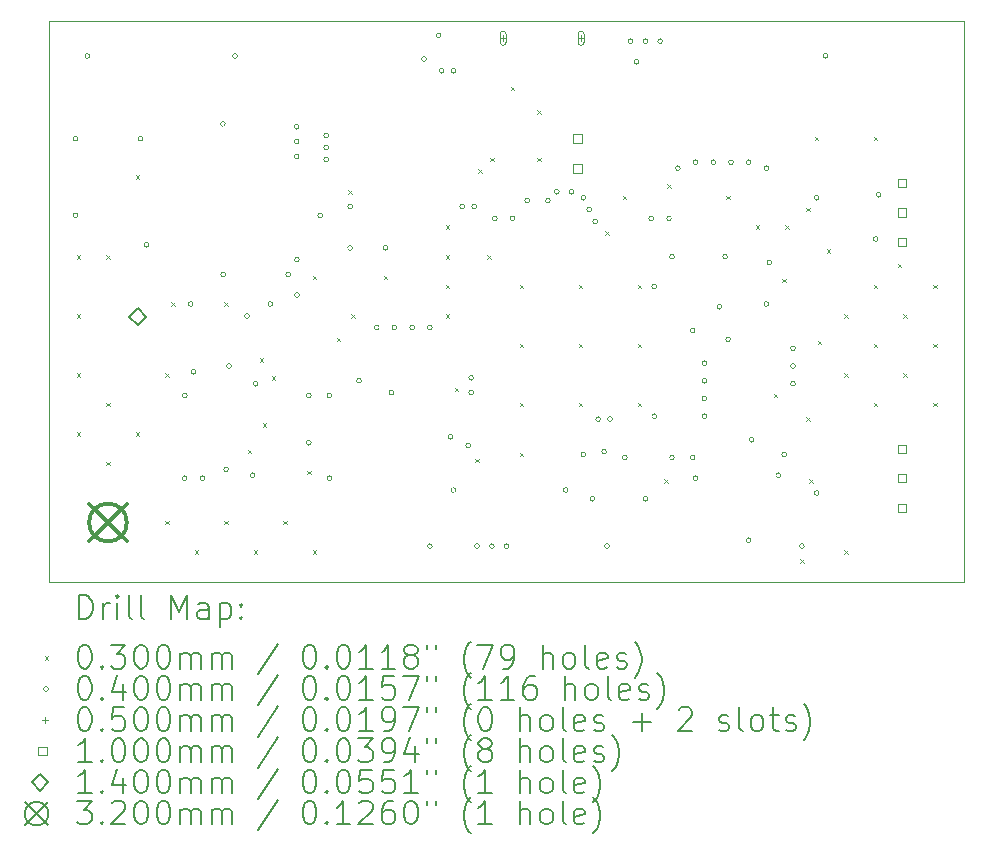
<source format=gbr>
%TF.GenerationSoftware,KiCad,Pcbnew,8.0.4*%
%TF.CreationDate,2024-09-21T08:46:16+10:00*%
%TF.ProjectId,hsa_r0,6873615f-7230-42e6-9b69-6361645f7063,rev?*%
%TF.SameCoordinates,Original*%
%TF.FileFunction,Drillmap*%
%TF.FilePolarity,Positive*%
%FSLAX45Y45*%
G04 Gerber Fmt 4.5, Leading zero omitted, Abs format (unit mm)*
G04 Created by KiCad (PCBNEW 8.0.4) date 2024-09-21 08:46:16*
%MOMM*%
%LPD*%
G01*
G04 APERTURE LIST*
%ADD10C,0.100000*%
%ADD11C,0.200000*%
%ADD12C,0.140000*%
%ADD13C,0.320000*%
G04 APERTURE END LIST*
D10*
X13000000Y-4250000D02*
X20750000Y-4250000D01*
X20750000Y-9000000D01*
X13000000Y-9000000D01*
X13000000Y-4250000D01*
D11*
D10*
X13235000Y-6235000D02*
X13265000Y-6265000D01*
X13265000Y-6235000D02*
X13235000Y-6265000D01*
X13235000Y-6735000D02*
X13265000Y-6765000D01*
X13265000Y-6735000D02*
X13235000Y-6765000D01*
X13235000Y-7235000D02*
X13265000Y-7265000D01*
X13265000Y-7235000D02*
X13235000Y-7265000D01*
X13235000Y-7735000D02*
X13265000Y-7765000D01*
X13265000Y-7735000D02*
X13235000Y-7765000D01*
X13485000Y-6235000D02*
X13515000Y-6265000D01*
X13515000Y-6235000D02*
X13485000Y-6265000D01*
X13485000Y-7485000D02*
X13515000Y-7515000D01*
X13515000Y-7485000D02*
X13485000Y-7515000D01*
X13485000Y-7985000D02*
X13515000Y-8015000D01*
X13515000Y-7985000D02*
X13485000Y-8015000D01*
X13735000Y-5560000D02*
X13765000Y-5590000D01*
X13765000Y-5560000D02*
X13735000Y-5590000D01*
X13735000Y-7735000D02*
X13765000Y-7765000D01*
X13765000Y-7735000D02*
X13735000Y-7765000D01*
X13985000Y-7235000D02*
X14015000Y-7265000D01*
X14015000Y-7235000D02*
X13985000Y-7265000D01*
X13985000Y-8485000D02*
X14015000Y-8515000D01*
X14015000Y-8485000D02*
X13985000Y-8515000D01*
X14035000Y-6635000D02*
X14065000Y-6665000D01*
X14065000Y-6635000D02*
X14035000Y-6665000D01*
X14235000Y-8735000D02*
X14265000Y-8765000D01*
X14265000Y-8735000D02*
X14235000Y-8765000D01*
X14485000Y-6635000D02*
X14515000Y-6665000D01*
X14515000Y-6635000D02*
X14485000Y-6665000D01*
X14485000Y-8485000D02*
X14515000Y-8515000D01*
X14515000Y-8485000D02*
X14485000Y-8515000D01*
X14685000Y-7885000D02*
X14715000Y-7915000D01*
X14715000Y-7885000D02*
X14685000Y-7915000D01*
X14735000Y-8735000D02*
X14765000Y-8765000D01*
X14765000Y-8735000D02*
X14735000Y-8765000D01*
X14785000Y-7110000D02*
X14815000Y-7140000D01*
X14815000Y-7110000D02*
X14785000Y-7140000D01*
X14810000Y-7660000D02*
X14840000Y-7690000D01*
X14840000Y-7660000D02*
X14810000Y-7690000D01*
X14885000Y-7260000D02*
X14915000Y-7290000D01*
X14915000Y-7260000D02*
X14885000Y-7290000D01*
X14985000Y-8485000D02*
X15015000Y-8515000D01*
X15015000Y-8485000D02*
X14985000Y-8515000D01*
X15185000Y-8060000D02*
X15215000Y-8090000D01*
X15215000Y-8060000D02*
X15185000Y-8090000D01*
X15235000Y-6410000D02*
X15265000Y-6440000D01*
X15265000Y-6410000D02*
X15235000Y-6440000D01*
X15235000Y-8735000D02*
X15265000Y-8765000D01*
X15265000Y-8735000D02*
X15235000Y-8765000D01*
X15435000Y-6935000D02*
X15465000Y-6965000D01*
X15465000Y-6935000D02*
X15435000Y-6965000D01*
X15535000Y-5685000D02*
X15565000Y-5715000D01*
X15565000Y-5685000D02*
X15535000Y-5715000D01*
X15560000Y-6735000D02*
X15590000Y-6765000D01*
X15590000Y-6735000D02*
X15560000Y-6765000D01*
X15835000Y-6410000D02*
X15865000Y-6440000D01*
X15865000Y-6410000D02*
X15835000Y-6440000D01*
X16360000Y-5985000D02*
X16390000Y-6015000D01*
X16390000Y-5985000D02*
X16360000Y-6015000D01*
X16360000Y-6235000D02*
X16390000Y-6265000D01*
X16390000Y-6235000D02*
X16360000Y-6265000D01*
X16360000Y-6485000D02*
X16390000Y-6515000D01*
X16390000Y-6485000D02*
X16360000Y-6515000D01*
X16360000Y-6735000D02*
X16390000Y-6765000D01*
X16390000Y-6735000D02*
X16360000Y-6765000D01*
X16435000Y-7360000D02*
X16465000Y-7390000D01*
X16465000Y-7360000D02*
X16435000Y-7390000D01*
X16610000Y-7960000D02*
X16640000Y-7990000D01*
X16640000Y-7960000D02*
X16610000Y-7990000D01*
X16635000Y-5510000D02*
X16665000Y-5540000D01*
X16665000Y-5510000D02*
X16635000Y-5540000D01*
X16710000Y-6235000D02*
X16740000Y-6265000D01*
X16740000Y-6235000D02*
X16710000Y-6265000D01*
X16735000Y-5410000D02*
X16765000Y-5440000D01*
X16765000Y-5410000D02*
X16735000Y-5440000D01*
X16910000Y-4810000D02*
X16940000Y-4840000D01*
X16940000Y-4810000D02*
X16910000Y-4840000D01*
X16985000Y-6485000D02*
X17015000Y-6515000D01*
X17015000Y-6485000D02*
X16985000Y-6515000D01*
X16985000Y-6985000D02*
X17015000Y-7015000D01*
X17015000Y-6985000D02*
X16985000Y-7015000D01*
X16985000Y-7485000D02*
X17015000Y-7515000D01*
X17015000Y-7485000D02*
X16985000Y-7515000D01*
X16985000Y-7910000D02*
X17015000Y-7940000D01*
X17015000Y-7910000D02*
X16985000Y-7940000D01*
X17135000Y-5010000D02*
X17165000Y-5040000D01*
X17165000Y-5010000D02*
X17135000Y-5040000D01*
X17135000Y-5410000D02*
X17165000Y-5440000D01*
X17165000Y-5410000D02*
X17135000Y-5440000D01*
X17485000Y-6485000D02*
X17515000Y-6515000D01*
X17515000Y-6485000D02*
X17485000Y-6515000D01*
X17485000Y-6985000D02*
X17515000Y-7015000D01*
X17515000Y-6985000D02*
X17485000Y-7015000D01*
X17485000Y-7485000D02*
X17515000Y-7515000D01*
X17515000Y-7485000D02*
X17485000Y-7515000D01*
X17710000Y-6035000D02*
X17740000Y-6065000D01*
X17740000Y-6035000D02*
X17710000Y-6065000D01*
X17860000Y-5735000D02*
X17890000Y-5765000D01*
X17890000Y-5735000D02*
X17860000Y-5765000D01*
X17985000Y-6485000D02*
X18015000Y-6515000D01*
X18015000Y-6485000D02*
X17985000Y-6515000D01*
X17985000Y-6985000D02*
X18015000Y-7015000D01*
X18015000Y-6985000D02*
X17985000Y-7015000D01*
X17985000Y-7485000D02*
X18015000Y-7515000D01*
X18015000Y-7485000D02*
X17985000Y-7515000D01*
X18210000Y-8135000D02*
X18240000Y-8165000D01*
X18240000Y-8135000D02*
X18210000Y-8165000D01*
X18235000Y-5635000D02*
X18265000Y-5665000D01*
X18265000Y-5635000D02*
X18235000Y-5665000D01*
X18735000Y-5735000D02*
X18765000Y-5765000D01*
X18765000Y-5735000D02*
X18735000Y-5765000D01*
X18985000Y-5985000D02*
X19015000Y-6015000D01*
X19015000Y-5985000D02*
X18985000Y-6015000D01*
X19135000Y-7410000D02*
X19165000Y-7440000D01*
X19165000Y-7410000D02*
X19135000Y-7440000D01*
X19210000Y-6435000D02*
X19240000Y-6465000D01*
X19240000Y-6435000D02*
X19210000Y-6465000D01*
X19235000Y-5985000D02*
X19265000Y-6015000D01*
X19265000Y-5985000D02*
X19235000Y-6015000D01*
X19360000Y-8810000D02*
X19390000Y-8840000D01*
X19390000Y-8810000D02*
X19360000Y-8840000D01*
X19410000Y-5835000D02*
X19440000Y-5865000D01*
X19440000Y-5835000D02*
X19410000Y-5865000D01*
X19410000Y-7610000D02*
X19440000Y-7640000D01*
X19440000Y-7610000D02*
X19410000Y-7640000D01*
X19435000Y-8135000D02*
X19465000Y-8165000D01*
X19465000Y-8135000D02*
X19435000Y-8165000D01*
X19485000Y-5235000D02*
X19515000Y-5265000D01*
X19515000Y-5235000D02*
X19485000Y-5265000D01*
X19510000Y-6960000D02*
X19540000Y-6990000D01*
X19540000Y-6960000D02*
X19510000Y-6990000D01*
X19585000Y-6185000D02*
X19615000Y-6215000D01*
X19615000Y-6185000D02*
X19585000Y-6215000D01*
X19735000Y-6735000D02*
X19765000Y-6765000D01*
X19765000Y-6735000D02*
X19735000Y-6765000D01*
X19735000Y-7235000D02*
X19765000Y-7265000D01*
X19765000Y-7235000D02*
X19735000Y-7265000D01*
X19735000Y-8735000D02*
X19765000Y-8765000D01*
X19765000Y-8735000D02*
X19735000Y-8765000D01*
X19985000Y-5235000D02*
X20015000Y-5265000D01*
X20015000Y-5235000D02*
X19985000Y-5265000D01*
X19985000Y-6485000D02*
X20015000Y-6515000D01*
X20015000Y-6485000D02*
X19985000Y-6515000D01*
X19985000Y-6985000D02*
X20015000Y-7015000D01*
X20015000Y-6985000D02*
X19985000Y-7015000D01*
X19985000Y-7485000D02*
X20015000Y-7515000D01*
X20015000Y-7485000D02*
X19985000Y-7515000D01*
X20185000Y-6310000D02*
X20215000Y-6340000D01*
X20215000Y-6310000D02*
X20185000Y-6340000D01*
X20235000Y-6735000D02*
X20265000Y-6765000D01*
X20265000Y-6735000D02*
X20235000Y-6765000D01*
X20235000Y-7235000D02*
X20265000Y-7265000D01*
X20265000Y-7235000D02*
X20235000Y-7265000D01*
X20485000Y-6485000D02*
X20515000Y-6515000D01*
X20515000Y-6485000D02*
X20485000Y-6515000D01*
X20485000Y-6985000D02*
X20515000Y-7015000D01*
X20515000Y-6985000D02*
X20485000Y-7015000D01*
X20485000Y-7485000D02*
X20515000Y-7515000D01*
X20515000Y-7485000D02*
X20485000Y-7515000D01*
X13245000Y-5250000D02*
G75*
G02*
X13205000Y-5250000I-20000J0D01*
G01*
X13205000Y-5250000D02*
G75*
G02*
X13245000Y-5250000I20000J0D01*
G01*
X13245000Y-5900000D02*
G75*
G02*
X13205000Y-5900000I-20000J0D01*
G01*
X13205000Y-5900000D02*
G75*
G02*
X13245000Y-5900000I20000J0D01*
G01*
X13345000Y-4550000D02*
G75*
G02*
X13305000Y-4550000I-20000J0D01*
G01*
X13305000Y-4550000D02*
G75*
G02*
X13345000Y-4550000I20000J0D01*
G01*
X13795000Y-5250000D02*
G75*
G02*
X13755000Y-5250000I-20000J0D01*
G01*
X13755000Y-5250000D02*
G75*
G02*
X13795000Y-5250000I20000J0D01*
G01*
X13845000Y-6150000D02*
G75*
G02*
X13805000Y-6150000I-20000J0D01*
G01*
X13805000Y-6150000D02*
G75*
G02*
X13845000Y-6150000I20000J0D01*
G01*
X14170000Y-7425000D02*
G75*
G02*
X14130000Y-7425000I-20000J0D01*
G01*
X14130000Y-7425000D02*
G75*
G02*
X14170000Y-7425000I20000J0D01*
G01*
X14170000Y-8125000D02*
G75*
G02*
X14130000Y-8125000I-20000J0D01*
G01*
X14130000Y-8125000D02*
G75*
G02*
X14170000Y-8125000I20000J0D01*
G01*
X14220000Y-6650000D02*
G75*
G02*
X14180000Y-6650000I-20000J0D01*
G01*
X14180000Y-6650000D02*
G75*
G02*
X14220000Y-6650000I20000J0D01*
G01*
X14245000Y-7225000D02*
G75*
G02*
X14205000Y-7225000I-20000J0D01*
G01*
X14205000Y-7225000D02*
G75*
G02*
X14245000Y-7225000I20000J0D01*
G01*
X14320000Y-8125000D02*
G75*
G02*
X14280000Y-8125000I-20000J0D01*
G01*
X14280000Y-8125000D02*
G75*
G02*
X14320000Y-8125000I20000J0D01*
G01*
X14492500Y-5125000D02*
G75*
G02*
X14452500Y-5125000I-20000J0D01*
G01*
X14452500Y-5125000D02*
G75*
G02*
X14492500Y-5125000I20000J0D01*
G01*
X14495000Y-6400000D02*
G75*
G02*
X14455000Y-6400000I-20000J0D01*
G01*
X14455000Y-6400000D02*
G75*
G02*
X14495000Y-6400000I20000J0D01*
G01*
X14520000Y-8050000D02*
G75*
G02*
X14480000Y-8050000I-20000J0D01*
G01*
X14480000Y-8050000D02*
G75*
G02*
X14520000Y-8050000I20000J0D01*
G01*
X14545000Y-7175000D02*
G75*
G02*
X14505000Y-7175000I-20000J0D01*
G01*
X14505000Y-7175000D02*
G75*
G02*
X14545000Y-7175000I20000J0D01*
G01*
X14595000Y-4550000D02*
G75*
G02*
X14555000Y-4550000I-20000J0D01*
G01*
X14555000Y-4550000D02*
G75*
G02*
X14595000Y-4550000I20000J0D01*
G01*
X14696265Y-6751265D02*
G75*
G02*
X14656265Y-6751265I-20000J0D01*
G01*
X14656265Y-6751265D02*
G75*
G02*
X14696265Y-6751265I20000J0D01*
G01*
X14745000Y-8100000D02*
G75*
G02*
X14705000Y-8100000I-20000J0D01*
G01*
X14705000Y-8100000D02*
G75*
G02*
X14745000Y-8100000I20000J0D01*
G01*
X14770000Y-7325000D02*
G75*
G02*
X14730000Y-7325000I-20000J0D01*
G01*
X14730000Y-7325000D02*
G75*
G02*
X14770000Y-7325000I20000J0D01*
G01*
X14895000Y-6650000D02*
G75*
G02*
X14855000Y-6650000I-20000J0D01*
G01*
X14855000Y-6650000D02*
G75*
G02*
X14895000Y-6650000I20000J0D01*
G01*
X15045000Y-6400000D02*
G75*
G02*
X15005000Y-6400000I-20000J0D01*
G01*
X15005000Y-6400000D02*
G75*
G02*
X15045000Y-6400000I20000J0D01*
G01*
X15117500Y-5150000D02*
G75*
G02*
X15077500Y-5150000I-20000J0D01*
G01*
X15077500Y-5150000D02*
G75*
G02*
X15117500Y-5150000I20000J0D01*
G01*
X15117500Y-5275000D02*
G75*
G02*
X15077500Y-5275000I-20000J0D01*
G01*
X15077500Y-5275000D02*
G75*
G02*
X15117500Y-5275000I20000J0D01*
G01*
X15117500Y-5400000D02*
G75*
G02*
X15077500Y-5400000I-20000J0D01*
G01*
X15077500Y-5400000D02*
G75*
G02*
X15117500Y-5400000I20000J0D01*
G01*
X15120000Y-6275000D02*
G75*
G02*
X15080000Y-6275000I-20000J0D01*
G01*
X15080000Y-6275000D02*
G75*
G02*
X15120000Y-6275000I20000J0D01*
G01*
X15120000Y-6575000D02*
G75*
G02*
X15080000Y-6575000I-20000J0D01*
G01*
X15080000Y-6575000D02*
G75*
G02*
X15120000Y-6575000I20000J0D01*
G01*
X15220000Y-7425000D02*
G75*
G02*
X15180000Y-7425000I-20000J0D01*
G01*
X15180000Y-7425000D02*
G75*
G02*
X15220000Y-7425000I20000J0D01*
G01*
X15220000Y-7825000D02*
G75*
G02*
X15180000Y-7825000I-20000J0D01*
G01*
X15180000Y-7825000D02*
G75*
G02*
X15220000Y-7825000I20000J0D01*
G01*
X15317500Y-5900000D02*
G75*
G02*
X15277500Y-5900000I-20000J0D01*
G01*
X15277500Y-5900000D02*
G75*
G02*
X15317500Y-5900000I20000J0D01*
G01*
X15367500Y-5225000D02*
G75*
G02*
X15327500Y-5225000I-20000J0D01*
G01*
X15327500Y-5225000D02*
G75*
G02*
X15367500Y-5225000I20000J0D01*
G01*
X15367500Y-5325000D02*
G75*
G02*
X15327500Y-5325000I-20000J0D01*
G01*
X15327500Y-5325000D02*
G75*
G02*
X15367500Y-5325000I20000J0D01*
G01*
X15367500Y-5425000D02*
G75*
G02*
X15327500Y-5425000I-20000J0D01*
G01*
X15327500Y-5425000D02*
G75*
G02*
X15367500Y-5425000I20000J0D01*
G01*
X15395000Y-7425000D02*
G75*
G02*
X15355000Y-7425000I-20000J0D01*
G01*
X15355000Y-7425000D02*
G75*
G02*
X15395000Y-7425000I20000J0D01*
G01*
X15395000Y-8125000D02*
G75*
G02*
X15355000Y-8125000I-20000J0D01*
G01*
X15355000Y-8125000D02*
G75*
G02*
X15395000Y-8125000I20000J0D01*
G01*
X15570000Y-5825000D02*
G75*
G02*
X15530000Y-5825000I-20000J0D01*
G01*
X15530000Y-5825000D02*
G75*
G02*
X15570000Y-5825000I20000J0D01*
G01*
X15570000Y-6175000D02*
G75*
G02*
X15530000Y-6175000I-20000J0D01*
G01*
X15530000Y-6175000D02*
G75*
G02*
X15570000Y-6175000I20000J0D01*
G01*
X15645000Y-7300000D02*
G75*
G02*
X15605000Y-7300000I-20000J0D01*
G01*
X15605000Y-7300000D02*
G75*
G02*
X15645000Y-7300000I20000J0D01*
G01*
X15795000Y-6850000D02*
G75*
G02*
X15755000Y-6850000I-20000J0D01*
G01*
X15755000Y-6850000D02*
G75*
G02*
X15795000Y-6850000I20000J0D01*
G01*
X15870000Y-6175000D02*
G75*
G02*
X15830000Y-6175000I-20000J0D01*
G01*
X15830000Y-6175000D02*
G75*
G02*
X15870000Y-6175000I20000J0D01*
G01*
X15920000Y-7400000D02*
G75*
G02*
X15880000Y-7400000I-20000J0D01*
G01*
X15880000Y-7400000D02*
G75*
G02*
X15920000Y-7400000I20000J0D01*
G01*
X15945000Y-6850000D02*
G75*
G02*
X15905000Y-6850000I-20000J0D01*
G01*
X15905000Y-6850000D02*
G75*
G02*
X15945000Y-6850000I20000J0D01*
G01*
X16095000Y-6850000D02*
G75*
G02*
X16055000Y-6850000I-20000J0D01*
G01*
X16055000Y-6850000D02*
G75*
G02*
X16095000Y-6850000I20000J0D01*
G01*
X16195000Y-4575000D02*
G75*
G02*
X16155000Y-4575000I-20000J0D01*
G01*
X16155000Y-4575000D02*
G75*
G02*
X16195000Y-4575000I20000J0D01*
G01*
X16245000Y-6850000D02*
G75*
G02*
X16205000Y-6850000I-20000J0D01*
G01*
X16205000Y-6850000D02*
G75*
G02*
X16245000Y-6850000I20000J0D01*
G01*
X16245000Y-8700000D02*
G75*
G02*
X16205000Y-8700000I-20000J0D01*
G01*
X16205000Y-8700000D02*
G75*
G02*
X16245000Y-8700000I20000J0D01*
G01*
X16320000Y-4375000D02*
G75*
G02*
X16280000Y-4375000I-20000J0D01*
G01*
X16280000Y-4375000D02*
G75*
G02*
X16320000Y-4375000I20000J0D01*
G01*
X16345000Y-4675000D02*
G75*
G02*
X16305000Y-4675000I-20000J0D01*
G01*
X16305000Y-4675000D02*
G75*
G02*
X16345000Y-4675000I20000J0D01*
G01*
X16420000Y-7775000D02*
G75*
G02*
X16380000Y-7775000I-20000J0D01*
G01*
X16380000Y-7775000D02*
G75*
G02*
X16420000Y-7775000I20000J0D01*
G01*
X16445000Y-4675000D02*
G75*
G02*
X16405000Y-4675000I-20000J0D01*
G01*
X16405000Y-4675000D02*
G75*
G02*
X16445000Y-4675000I20000J0D01*
G01*
X16445000Y-8225000D02*
G75*
G02*
X16405000Y-8225000I-20000J0D01*
G01*
X16405000Y-8225000D02*
G75*
G02*
X16445000Y-8225000I20000J0D01*
G01*
X16520000Y-5825000D02*
G75*
G02*
X16480000Y-5825000I-20000J0D01*
G01*
X16480000Y-5825000D02*
G75*
G02*
X16520000Y-5825000I20000J0D01*
G01*
X16570000Y-7850000D02*
G75*
G02*
X16530000Y-7850000I-20000J0D01*
G01*
X16530000Y-7850000D02*
G75*
G02*
X16570000Y-7850000I20000J0D01*
G01*
X16595000Y-7275000D02*
G75*
G02*
X16555000Y-7275000I-20000J0D01*
G01*
X16555000Y-7275000D02*
G75*
G02*
X16595000Y-7275000I20000J0D01*
G01*
X16595000Y-7400000D02*
G75*
G02*
X16555000Y-7400000I-20000J0D01*
G01*
X16555000Y-7400000D02*
G75*
G02*
X16595000Y-7400000I20000J0D01*
G01*
X16621265Y-5826265D02*
G75*
G02*
X16581265Y-5826265I-20000J0D01*
G01*
X16581265Y-5826265D02*
G75*
G02*
X16621265Y-5826265I20000J0D01*
G01*
X16645000Y-8700000D02*
G75*
G02*
X16605000Y-8700000I-20000J0D01*
G01*
X16605000Y-8700000D02*
G75*
G02*
X16645000Y-8700000I20000J0D01*
G01*
X16770000Y-8700000D02*
G75*
G02*
X16730000Y-8700000I-20000J0D01*
G01*
X16730000Y-8700000D02*
G75*
G02*
X16770000Y-8700000I20000J0D01*
G01*
X16795000Y-5925000D02*
G75*
G02*
X16755000Y-5925000I-20000J0D01*
G01*
X16755000Y-5925000D02*
G75*
G02*
X16795000Y-5925000I20000J0D01*
G01*
X16895000Y-8700000D02*
G75*
G02*
X16855000Y-8700000I-20000J0D01*
G01*
X16855000Y-8700000D02*
G75*
G02*
X16895000Y-8700000I20000J0D01*
G01*
X16945000Y-5925000D02*
G75*
G02*
X16905000Y-5925000I-20000J0D01*
G01*
X16905000Y-5925000D02*
G75*
G02*
X16945000Y-5925000I20000J0D01*
G01*
X17070000Y-5775000D02*
G75*
G02*
X17030000Y-5775000I-20000J0D01*
G01*
X17030000Y-5775000D02*
G75*
G02*
X17070000Y-5775000I20000J0D01*
G01*
X17245000Y-5775000D02*
G75*
G02*
X17205000Y-5775000I-20000J0D01*
G01*
X17205000Y-5775000D02*
G75*
G02*
X17245000Y-5775000I20000J0D01*
G01*
X17320000Y-5700000D02*
G75*
G02*
X17280000Y-5700000I-20000J0D01*
G01*
X17280000Y-5700000D02*
G75*
G02*
X17320000Y-5700000I20000J0D01*
G01*
X17395000Y-8225000D02*
G75*
G02*
X17355000Y-8225000I-20000J0D01*
G01*
X17355000Y-8225000D02*
G75*
G02*
X17395000Y-8225000I20000J0D01*
G01*
X17445000Y-5700000D02*
G75*
G02*
X17405000Y-5700000I-20000J0D01*
G01*
X17405000Y-5700000D02*
G75*
G02*
X17445000Y-5700000I20000J0D01*
G01*
X17545000Y-5750000D02*
G75*
G02*
X17505000Y-5750000I-20000J0D01*
G01*
X17505000Y-5750000D02*
G75*
G02*
X17545000Y-5750000I20000J0D01*
G01*
X17545000Y-7925000D02*
G75*
G02*
X17505000Y-7925000I-20000J0D01*
G01*
X17505000Y-7925000D02*
G75*
G02*
X17545000Y-7925000I20000J0D01*
G01*
X17595000Y-5850000D02*
G75*
G02*
X17555000Y-5850000I-20000J0D01*
G01*
X17555000Y-5850000D02*
G75*
G02*
X17595000Y-5850000I20000J0D01*
G01*
X17620000Y-8300000D02*
G75*
G02*
X17580000Y-8300000I-20000J0D01*
G01*
X17580000Y-8300000D02*
G75*
G02*
X17620000Y-8300000I20000J0D01*
G01*
X17645000Y-5950000D02*
G75*
G02*
X17605000Y-5950000I-20000J0D01*
G01*
X17605000Y-5950000D02*
G75*
G02*
X17645000Y-5950000I20000J0D01*
G01*
X17670000Y-7625000D02*
G75*
G02*
X17630000Y-7625000I-20000J0D01*
G01*
X17630000Y-7625000D02*
G75*
G02*
X17670000Y-7625000I20000J0D01*
G01*
X17720000Y-7900000D02*
G75*
G02*
X17680000Y-7900000I-20000J0D01*
G01*
X17680000Y-7900000D02*
G75*
G02*
X17720000Y-7900000I20000J0D01*
G01*
X17745000Y-8700000D02*
G75*
G02*
X17705000Y-8700000I-20000J0D01*
G01*
X17705000Y-8700000D02*
G75*
G02*
X17745000Y-8700000I20000J0D01*
G01*
X17770000Y-7625000D02*
G75*
G02*
X17730000Y-7625000I-20000J0D01*
G01*
X17730000Y-7625000D02*
G75*
G02*
X17770000Y-7625000I20000J0D01*
G01*
X17895000Y-7950000D02*
G75*
G02*
X17855000Y-7950000I-20000J0D01*
G01*
X17855000Y-7950000D02*
G75*
G02*
X17895000Y-7950000I20000J0D01*
G01*
X17945000Y-4425000D02*
G75*
G02*
X17905000Y-4425000I-20000J0D01*
G01*
X17905000Y-4425000D02*
G75*
G02*
X17945000Y-4425000I20000J0D01*
G01*
X17995000Y-4599750D02*
G75*
G02*
X17955000Y-4599750I-20000J0D01*
G01*
X17955000Y-4599750D02*
G75*
G02*
X17995000Y-4599750I20000J0D01*
G01*
X18070000Y-4425000D02*
G75*
G02*
X18030000Y-4425000I-20000J0D01*
G01*
X18030000Y-4425000D02*
G75*
G02*
X18070000Y-4425000I20000J0D01*
G01*
X18070000Y-8300000D02*
G75*
G02*
X18030000Y-8300000I-20000J0D01*
G01*
X18030000Y-8300000D02*
G75*
G02*
X18070000Y-8300000I20000J0D01*
G01*
X18120000Y-5925000D02*
G75*
G02*
X18080000Y-5925000I-20000J0D01*
G01*
X18080000Y-5925000D02*
G75*
G02*
X18120000Y-5925000I20000J0D01*
G01*
X18145000Y-6500000D02*
G75*
G02*
X18105000Y-6500000I-20000J0D01*
G01*
X18105000Y-6500000D02*
G75*
G02*
X18145000Y-6500000I20000J0D01*
G01*
X18145000Y-7600000D02*
G75*
G02*
X18105000Y-7600000I-20000J0D01*
G01*
X18105000Y-7600000D02*
G75*
G02*
X18145000Y-7600000I20000J0D01*
G01*
X18195000Y-4425000D02*
G75*
G02*
X18155000Y-4425000I-20000J0D01*
G01*
X18155000Y-4425000D02*
G75*
G02*
X18195000Y-4425000I20000J0D01*
G01*
X18270000Y-5925000D02*
G75*
G02*
X18230000Y-5925000I-20000J0D01*
G01*
X18230000Y-5925000D02*
G75*
G02*
X18270000Y-5925000I20000J0D01*
G01*
X18295000Y-6250000D02*
G75*
G02*
X18255000Y-6250000I-20000J0D01*
G01*
X18255000Y-6250000D02*
G75*
G02*
X18295000Y-6250000I20000J0D01*
G01*
X18295000Y-7950000D02*
G75*
G02*
X18255000Y-7950000I-20000J0D01*
G01*
X18255000Y-7950000D02*
G75*
G02*
X18295000Y-7950000I20000J0D01*
G01*
X18345000Y-5500000D02*
G75*
G02*
X18305000Y-5500000I-20000J0D01*
G01*
X18305000Y-5500000D02*
G75*
G02*
X18345000Y-5500000I20000J0D01*
G01*
X18470000Y-6875000D02*
G75*
G02*
X18430000Y-6875000I-20000J0D01*
G01*
X18430000Y-6875000D02*
G75*
G02*
X18470000Y-6875000I20000J0D01*
G01*
X18470000Y-7950000D02*
G75*
G02*
X18430000Y-7950000I-20000J0D01*
G01*
X18430000Y-7950000D02*
G75*
G02*
X18470000Y-7950000I20000J0D01*
G01*
X18495000Y-5450000D02*
G75*
G02*
X18455000Y-5450000I-20000J0D01*
G01*
X18455000Y-5450000D02*
G75*
G02*
X18495000Y-5450000I20000J0D01*
G01*
X18495000Y-8125000D02*
G75*
G02*
X18455000Y-8125000I-20000J0D01*
G01*
X18455000Y-8125000D02*
G75*
G02*
X18495000Y-8125000I20000J0D01*
G01*
X18570000Y-7150000D02*
G75*
G02*
X18530000Y-7150000I-20000J0D01*
G01*
X18530000Y-7150000D02*
G75*
G02*
X18570000Y-7150000I20000J0D01*
G01*
X18570000Y-7300000D02*
G75*
G02*
X18530000Y-7300000I-20000J0D01*
G01*
X18530000Y-7300000D02*
G75*
G02*
X18570000Y-7300000I20000J0D01*
G01*
X18570000Y-7450000D02*
G75*
G02*
X18530000Y-7450000I-20000J0D01*
G01*
X18530000Y-7450000D02*
G75*
G02*
X18570000Y-7450000I20000J0D01*
G01*
X18570000Y-7600000D02*
G75*
G02*
X18530000Y-7600000I-20000J0D01*
G01*
X18530000Y-7600000D02*
G75*
G02*
X18570000Y-7600000I20000J0D01*
G01*
X18645000Y-5450000D02*
G75*
G02*
X18605000Y-5450000I-20000J0D01*
G01*
X18605000Y-5450000D02*
G75*
G02*
X18645000Y-5450000I20000J0D01*
G01*
X18696040Y-6673727D02*
G75*
G02*
X18656040Y-6673727I-20000J0D01*
G01*
X18656040Y-6673727D02*
G75*
G02*
X18696040Y-6673727I20000J0D01*
G01*
X18745000Y-6250000D02*
G75*
G02*
X18705000Y-6250000I-20000J0D01*
G01*
X18705000Y-6250000D02*
G75*
G02*
X18745000Y-6250000I20000J0D01*
G01*
X18770000Y-6950000D02*
G75*
G02*
X18730000Y-6950000I-20000J0D01*
G01*
X18730000Y-6950000D02*
G75*
G02*
X18770000Y-6950000I20000J0D01*
G01*
X18795000Y-5450000D02*
G75*
G02*
X18755000Y-5450000I-20000J0D01*
G01*
X18755000Y-5450000D02*
G75*
G02*
X18795000Y-5450000I20000J0D01*
G01*
X18945000Y-5450000D02*
G75*
G02*
X18905000Y-5450000I-20000J0D01*
G01*
X18905000Y-5450000D02*
G75*
G02*
X18945000Y-5450000I20000J0D01*
G01*
X18945000Y-8650000D02*
G75*
G02*
X18905000Y-8650000I-20000J0D01*
G01*
X18905000Y-8650000D02*
G75*
G02*
X18945000Y-8650000I20000J0D01*
G01*
X18970000Y-7800000D02*
G75*
G02*
X18930000Y-7800000I-20000J0D01*
G01*
X18930000Y-7800000D02*
G75*
G02*
X18970000Y-7800000I20000J0D01*
G01*
X19095000Y-5500000D02*
G75*
G02*
X19055000Y-5500000I-20000J0D01*
G01*
X19055000Y-5500000D02*
G75*
G02*
X19095000Y-5500000I20000J0D01*
G01*
X19095000Y-6650000D02*
G75*
G02*
X19055000Y-6650000I-20000J0D01*
G01*
X19055000Y-6650000D02*
G75*
G02*
X19095000Y-6650000I20000J0D01*
G01*
X19120000Y-6300000D02*
G75*
G02*
X19080000Y-6300000I-20000J0D01*
G01*
X19080000Y-6300000D02*
G75*
G02*
X19120000Y-6300000I20000J0D01*
G01*
X19195000Y-8100000D02*
G75*
G02*
X19155000Y-8100000I-20000J0D01*
G01*
X19155000Y-8100000D02*
G75*
G02*
X19195000Y-8100000I20000J0D01*
G01*
X19245000Y-7925000D02*
G75*
G02*
X19205000Y-7925000I-20000J0D01*
G01*
X19205000Y-7925000D02*
G75*
G02*
X19245000Y-7925000I20000J0D01*
G01*
X19320000Y-7025000D02*
G75*
G02*
X19280000Y-7025000I-20000J0D01*
G01*
X19280000Y-7025000D02*
G75*
G02*
X19320000Y-7025000I20000J0D01*
G01*
X19320000Y-7175000D02*
G75*
G02*
X19280000Y-7175000I-20000J0D01*
G01*
X19280000Y-7175000D02*
G75*
G02*
X19320000Y-7175000I20000J0D01*
G01*
X19320000Y-7325000D02*
G75*
G02*
X19280000Y-7325000I-20000J0D01*
G01*
X19280000Y-7325000D02*
G75*
G02*
X19320000Y-7325000I20000J0D01*
G01*
X19395000Y-8700000D02*
G75*
G02*
X19355000Y-8700000I-20000J0D01*
G01*
X19355000Y-8700000D02*
G75*
G02*
X19395000Y-8700000I20000J0D01*
G01*
X19520000Y-5750000D02*
G75*
G02*
X19480000Y-5750000I-20000J0D01*
G01*
X19480000Y-5750000D02*
G75*
G02*
X19520000Y-5750000I20000J0D01*
G01*
X19520000Y-8250000D02*
G75*
G02*
X19480000Y-8250000I-20000J0D01*
G01*
X19480000Y-8250000D02*
G75*
G02*
X19520000Y-8250000I20000J0D01*
G01*
X19595000Y-4550000D02*
G75*
G02*
X19555000Y-4550000I-20000J0D01*
G01*
X19555000Y-4550000D02*
G75*
G02*
X19595000Y-4550000I20000J0D01*
G01*
X20020000Y-6100000D02*
G75*
G02*
X19980000Y-6100000I-20000J0D01*
G01*
X19980000Y-6100000D02*
G75*
G02*
X20020000Y-6100000I20000J0D01*
G01*
X20045000Y-5725000D02*
G75*
G02*
X20005000Y-5725000I-20000J0D01*
G01*
X20005000Y-5725000D02*
G75*
G02*
X20045000Y-5725000I20000J0D01*
G01*
X16845000Y-4375000D02*
X16845000Y-4425000D01*
X16820000Y-4400000D02*
X16870000Y-4400000D01*
X16820000Y-4365000D02*
X16820000Y-4435000D01*
X16870000Y-4435000D02*
G75*
G02*
X16820000Y-4435000I-25000J0D01*
G01*
X16870000Y-4435000D02*
X16870000Y-4365000D01*
X16870000Y-4365000D02*
G75*
G03*
X16820000Y-4365000I-25000J0D01*
G01*
X17505000Y-4375000D02*
X17505000Y-4425000D01*
X17480000Y-4400000D02*
X17530000Y-4400000D01*
X17480000Y-4365000D02*
X17480000Y-4435000D01*
X17530000Y-4435000D02*
G75*
G02*
X17480000Y-4435000I-25000J0D01*
G01*
X17530000Y-4435000D02*
X17530000Y-4365000D01*
X17530000Y-4365000D02*
G75*
G03*
X17480000Y-4365000I-25000J0D01*
G01*
X17510356Y-5282856D02*
X17510356Y-5212144D01*
X17439644Y-5212144D01*
X17439644Y-5282856D01*
X17510356Y-5282856D01*
X17510356Y-5536856D02*
X17510356Y-5466144D01*
X17439644Y-5466144D01*
X17439644Y-5536856D01*
X17510356Y-5536856D01*
X20260356Y-5660356D02*
X20260356Y-5589644D01*
X20189644Y-5589644D01*
X20189644Y-5660356D01*
X20260356Y-5660356D01*
X20260356Y-5910356D02*
X20260356Y-5839644D01*
X20189644Y-5839644D01*
X20189644Y-5910356D01*
X20260356Y-5910356D01*
X20260356Y-6160356D02*
X20260356Y-6089644D01*
X20189644Y-6089644D01*
X20189644Y-6160356D01*
X20260356Y-6160356D01*
X20260356Y-7910356D02*
X20260356Y-7839644D01*
X20189644Y-7839644D01*
X20189644Y-7910356D01*
X20260356Y-7910356D01*
X20260356Y-8160356D02*
X20260356Y-8089644D01*
X20189644Y-8089644D01*
X20189644Y-8160356D01*
X20260356Y-8160356D01*
X20260356Y-8410356D02*
X20260356Y-8339644D01*
X20189644Y-8339644D01*
X20189644Y-8410356D01*
X20260356Y-8410356D01*
D12*
X13750000Y-6827500D02*
X13820000Y-6757500D01*
X13750000Y-6687500D01*
X13680000Y-6757500D01*
X13750000Y-6827500D01*
D13*
X13340000Y-8340000D02*
X13660000Y-8660000D01*
X13660000Y-8340000D02*
X13340000Y-8660000D01*
X13660000Y-8500000D02*
G75*
G02*
X13340000Y-8500000I-160000J0D01*
G01*
X13340000Y-8500000D02*
G75*
G02*
X13660000Y-8500000I160000J0D01*
G01*
D11*
X13255777Y-9316484D02*
X13255777Y-9116484D01*
X13255777Y-9116484D02*
X13303396Y-9116484D01*
X13303396Y-9116484D02*
X13331967Y-9126008D01*
X13331967Y-9126008D02*
X13351015Y-9145055D01*
X13351015Y-9145055D02*
X13360539Y-9164103D01*
X13360539Y-9164103D02*
X13370062Y-9202198D01*
X13370062Y-9202198D02*
X13370062Y-9230770D01*
X13370062Y-9230770D02*
X13360539Y-9268865D01*
X13360539Y-9268865D02*
X13351015Y-9287912D01*
X13351015Y-9287912D02*
X13331967Y-9306960D01*
X13331967Y-9306960D02*
X13303396Y-9316484D01*
X13303396Y-9316484D02*
X13255777Y-9316484D01*
X13455777Y-9316484D02*
X13455777Y-9183150D01*
X13455777Y-9221246D02*
X13465301Y-9202198D01*
X13465301Y-9202198D02*
X13474824Y-9192674D01*
X13474824Y-9192674D02*
X13493872Y-9183150D01*
X13493872Y-9183150D02*
X13512920Y-9183150D01*
X13579586Y-9316484D02*
X13579586Y-9183150D01*
X13579586Y-9116484D02*
X13570062Y-9126008D01*
X13570062Y-9126008D02*
X13579586Y-9135531D01*
X13579586Y-9135531D02*
X13589110Y-9126008D01*
X13589110Y-9126008D02*
X13579586Y-9116484D01*
X13579586Y-9116484D02*
X13579586Y-9135531D01*
X13703396Y-9316484D02*
X13684348Y-9306960D01*
X13684348Y-9306960D02*
X13674824Y-9287912D01*
X13674824Y-9287912D02*
X13674824Y-9116484D01*
X13808158Y-9316484D02*
X13789110Y-9306960D01*
X13789110Y-9306960D02*
X13779586Y-9287912D01*
X13779586Y-9287912D02*
X13779586Y-9116484D01*
X14036729Y-9316484D02*
X14036729Y-9116484D01*
X14036729Y-9116484D02*
X14103396Y-9259341D01*
X14103396Y-9259341D02*
X14170062Y-9116484D01*
X14170062Y-9116484D02*
X14170062Y-9316484D01*
X14351015Y-9316484D02*
X14351015Y-9211722D01*
X14351015Y-9211722D02*
X14341491Y-9192674D01*
X14341491Y-9192674D02*
X14322443Y-9183150D01*
X14322443Y-9183150D02*
X14284348Y-9183150D01*
X14284348Y-9183150D02*
X14265301Y-9192674D01*
X14351015Y-9306960D02*
X14331967Y-9316484D01*
X14331967Y-9316484D02*
X14284348Y-9316484D01*
X14284348Y-9316484D02*
X14265301Y-9306960D01*
X14265301Y-9306960D02*
X14255777Y-9287912D01*
X14255777Y-9287912D02*
X14255777Y-9268865D01*
X14255777Y-9268865D02*
X14265301Y-9249817D01*
X14265301Y-9249817D02*
X14284348Y-9240293D01*
X14284348Y-9240293D02*
X14331967Y-9240293D01*
X14331967Y-9240293D02*
X14351015Y-9230770D01*
X14446253Y-9183150D02*
X14446253Y-9383150D01*
X14446253Y-9192674D02*
X14465301Y-9183150D01*
X14465301Y-9183150D02*
X14503396Y-9183150D01*
X14503396Y-9183150D02*
X14522443Y-9192674D01*
X14522443Y-9192674D02*
X14531967Y-9202198D01*
X14531967Y-9202198D02*
X14541491Y-9221246D01*
X14541491Y-9221246D02*
X14541491Y-9278389D01*
X14541491Y-9278389D02*
X14531967Y-9297436D01*
X14531967Y-9297436D02*
X14522443Y-9306960D01*
X14522443Y-9306960D02*
X14503396Y-9316484D01*
X14503396Y-9316484D02*
X14465301Y-9316484D01*
X14465301Y-9316484D02*
X14446253Y-9306960D01*
X14627205Y-9297436D02*
X14636729Y-9306960D01*
X14636729Y-9306960D02*
X14627205Y-9316484D01*
X14627205Y-9316484D02*
X14617682Y-9306960D01*
X14617682Y-9306960D02*
X14627205Y-9297436D01*
X14627205Y-9297436D02*
X14627205Y-9316484D01*
X14627205Y-9192674D02*
X14636729Y-9202198D01*
X14636729Y-9202198D02*
X14627205Y-9211722D01*
X14627205Y-9211722D02*
X14617682Y-9202198D01*
X14617682Y-9202198D02*
X14627205Y-9192674D01*
X14627205Y-9192674D02*
X14627205Y-9211722D01*
D10*
X12965000Y-9630000D02*
X12995000Y-9660000D01*
X12995000Y-9630000D02*
X12965000Y-9660000D01*
D11*
X13293872Y-9536484D02*
X13312920Y-9536484D01*
X13312920Y-9536484D02*
X13331967Y-9546008D01*
X13331967Y-9546008D02*
X13341491Y-9555531D01*
X13341491Y-9555531D02*
X13351015Y-9574579D01*
X13351015Y-9574579D02*
X13360539Y-9612674D01*
X13360539Y-9612674D02*
X13360539Y-9660293D01*
X13360539Y-9660293D02*
X13351015Y-9698389D01*
X13351015Y-9698389D02*
X13341491Y-9717436D01*
X13341491Y-9717436D02*
X13331967Y-9726960D01*
X13331967Y-9726960D02*
X13312920Y-9736484D01*
X13312920Y-9736484D02*
X13293872Y-9736484D01*
X13293872Y-9736484D02*
X13274824Y-9726960D01*
X13274824Y-9726960D02*
X13265301Y-9717436D01*
X13265301Y-9717436D02*
X13255777Y-9698389D01*
X13255777Y-9698389D02*
X13246253Y-9660293D01*
X13246253Y-9660293D02*
X13246253Y-9612674D01*
X13246253Y-9612674D02*
X13255777Y-9574579D01*
X13255777Y-9574579D02*
X13265301Y-9555531D01*
X13265301Y-9555531D02*
X13274824Y-9546008D01*
X13274824Y-9546008D02*
X13293872Y-9536484D01*
X13446253Y-9717436D02*
X13455777Y-9726960D01*
X13455777Y-9726960D02*
X13446253Y-9736484D01*
X13446253Y-9736484D02*
X13436729Y-9726960D01*
X13436729Y-9726960D02*
X13446253Y-9717436D01*
X13446253Y-9717436D02*
X13446253Y-9736484D01*
X13522443Y-9536484D02*
X13646253Y-9536484D01*
X13646253Y-9536484D02*
X13579586Y-9612674D01*
X13579586Y-9612674D02*
X13608158Y-9612674D01*
X13608158Y-9612674D02*
X13627205Y-9622198D01*
X13627205Y-9622198D02*
X13636729Y-9631722D01*
X13636729Y-9631722D02*
X13646253Y-9650770D01*
X13646253Y-9650770D02*
X13646253Y-9698389D01*
X13646253Y-9698389D02*
X13636729Y-9717436D01*
X13636729Y-9717436D02*
X13627205Y-9726960D01*
X13627205Y-9726960D02*
X13608158Y-9736484D01*
X13608158Y-9736484D02*
X13551015Y-9736484D01*
X13551015Y-9736484D02*
X13531967Y-9726960D01*
X13531967Y-9726960D02*
X13522443Y-9717436D01*
X13770062Y-9536484D02*
X13789110Y-9536484D01*
X13789110Y-9536484D02*
X13808158Y-9546008D01*
X13808158Y-9546008D02*
X13817682Y-9555531D01*
X13817682Y-9555531D02*
X13827205Y-9574579D01*
X13827205Y-9574579D02*
X13836729Y-9612674D01*
X13836729Y-9612674D02*
X13836729Y-9660293D01*
X13836729Y-9660293D02*
X13827205Y-9698389D01*
X13827205Y-9698389D02*
X13817682Y-9717436D01*
X13817682Y-9717436D02*
X13808158Y-9726960D01*
X13808158Y-9726960D02*
X13789110Y-9736484D01*
X13789110Y-9736484D02*
X13770062Y-9736484D01*
X13770062Y-9736484D02*
X13751015Y-9726960D01*
X13751015Y-9726960D02*
X13741491Y-9717436D01*
X13741491Y-9717436D02*
X13731967Y-9698389D01*
X13731967Y-9698389D02*
X13722443Y-9660293D01*
X13722443Y-9660293D02*
X13722443Y-9612674D01*
X13722443Y-9612674D02*
X13731967Y-9574579D01*
X13731967Y-9574579D02*
X13741491Y-9555531D01*
X13741491Y-9555531D02*
X13751015Y-9546008D01*
X13751015Y-9546008D02*
X13770062Y-9536484D01*
X13960539Y-9536484D02*
X13979586Y-9536484D01*
X13979586Y-9536484D02*
X13998634Y-9546008D01*
X13998634Y-9546008D02*
X14008158Y-9555531D01*
X14008158Y-9555531D02*
X14017682Y-9574579D01*
X14017682Y-9574579D02*
X14027205Y-9612674D01*
X14027205Y-9612674D02*
X14027205Y-9660293D01*
X14027205Y-9660293D02*
X14017682Y-9698389D01*
X14017682Y-9698389D02*
X14008158Y-9717436D01*
X14008158Y-9717436D02*
X13998634Y-9726960D01*
X13998634Y-9726960D02*
X13979586Y-9736484D01*
X13979586Y-9736484D02*
X13960539Y-9736484D01*
X13960539Y-9736484D02*
X13941491Y-9726960D01*
X13941491Y-9726960D02*
X13931967Y-9717436D01*
X13931967Y-9717436D02*
X13922443Y-9698389D01*
X13922443Y-9698389D02*
X13912920Y-9660293D01*
X13912920Y-9660293D02*
X13912920Y-9612674D01*
X13912920Y-9612674D02*
X13922443Y-9574579D01*
X13922443Y-9574579D02*
X13931967Y-9555531D01*
X13931967Y-9555531D02*
X13941491Y-9546008D01*
X13941491Y-9546008D02*
X13960539Y-9536484D01*
X14112920Y-9736484D02*
X14112920Y-9603150D01*
X14112920Y-9622198D02*
X14122443Y-9612674D01*
X14122443Y-9612674D02*
X14141491Y-9603150D01*
X14141491Y-9603150D02*
X14170063Y-9603150D01*
X14170063Y-9603150D02*
X14189110Y-9612674D01*
X14189110Y-9612674D02*
X14198634Y-9631722D01*
X14198634Y-9631722D02*
X14198634Y-9736484D01*
X14198634Y-9631722D02*
X14208158Y-9612674D01*
X14208158Y-9612674D02*
X14227205Y-9603150D01*
X14227205Y-9603150D02*
X14255777Y-9603150D01*
X14255777Y-9603150D02*
X14274824Y-9612674D01*
X14274824Y-9612674D02*
X14284348Y-9631722D01*
X14284348Y-9631722D02*
X14284348Y-9736484D01*
X14379586Y-9736484D02*
X14379586Y-9603150D01*
X14379586Y-9622198D02*
X14389110Y-9612674D01*
X14389110Y-9612674D02*
X14408158Y-9603150D01*
X14408158Y-9603150D02*
X14436729Y-9603150D01*
X14436729Y-9603150D02*
X14455777Y-9612674D01*
X14455777Y-9612674D02*
X14465301Y-9631722D01*
X14465301Y-9631722D02*
X14465301Y-9736484D01*
X14465301Y-9631722D02*
X14474824Y-9612674D01*
X14474824Y-9612674D02*
X14493872Y-9603150D01*
X14493872Y-9603150D02*
X14522443Y-9603150D01*
X14522443Y-9603150D02*
X14541491Y-9612674D01*
X14541491Y-9612674D02*
X14551015Y-9631722D01*
X14551015Y-9631722D02*
X14551015Y-9736484D01*
X14941491Y-9526960D02*
X14770063Y-9784103D01*
X15198634Y-9536484D02*
X15217682Y-9536484D01*
X15217682Y-9536484D02*
X15236729Y-9546008D01*
X15236729Y-9546008D02*
X15246253Y-9555531D01*
X15246253Y-9555531D02*
X15255777Y-9574579D01*
X15255777Y-9574579D02*
X15265301Y-9612674D01*
X15265301Y-9612674D02*
X15265301Y-9660293D01*
X15265301Y-9660293D02*
X15255777Y-9698389D01*
X15255777Y-9698389D02*
X15246253Y-9717436D01*
X15246253Y-9717436D02*
X15236729Y-9726960D01*
X15236729Y-9726960D02*
X15217682Y-9736484D01*
X15217682Y-9736484D02*
X15198634Y-9736484D01*
X15198634Y-9736484D02*
X15179586Y-9726960D01*
X15179586Y-9726960D02*
X15170063Y-9717436D01*
X15170063Y-9717436D02*
X15160539Y-9698389D01*
X15160539Y-9698389D02*
X15151015Y-9660293D01*
X15151015Y-9660293D02*
X15151015Y-9612674D01*
X15151015Y-9612674D02*
X15160539Y-9574579D01*
X15160539Y-9574579D02*
X15170063Y-9555531D01*
X15170063Y-9555531D02*
X15179586Y-9546008D01*
X15179586Y-9546008D02*
X15198634Y-9536484D01*
X15351015Y-9717436D02*
X15360539Y-9726960D01*
X15360539Y-9726960D02*
X15351015Y-9736484D01*
X15351015Y-9736484D02*
X15341491Y-9726960D01*
X15341491Y-9726960D02*
X15351015Y-9717436D01*
X15351015Y-9717436D02*
X15351015Y-9736484D01*
X15484348Y-9536484D02*
X15503396Y-9536484D01*
X15503396Y-9536484D02*
X15522444Y-9546008D01*
X15522444Y-9546008D02*
X15531967Y-9555531D01*
X15531967Y-9555531D02*
X15541491Y-9574579D01*
X15541491Y-9574579D02*
X15551015Y-9612674D01*
X15551015Y-9612674D02*
X15551015Y-9660293D01*
X15551015Y-9660293D02*
X15541491Y-9698389D01*
X15541491Y-9698389D02*
X15531967Y-9717436D01*
X15531967Y-9717436D02*
X15522444Y-9726960D01*
X15522444Y-9726960D02*
X15503396Y-9736484D01*
X15503396Y-9736484D02*
X15484348Y-9736484D01*
X15484348Y-9736484D02*
X15465301Y-9726960D01*
X15465301Y-9726960D02*
X15455777Y-9717436D01*
X15455777Y-9717436D02*
X15446253Y-9698389D01*
X15446253Y-9698389D02*
X15436729Y-9660293D01*
X15436729Y-9660293D02*
X15436729Y-9612674D01*
X15436729Y-9612674D02*
X15446253Y-9574579D01*
X15446253Y-9574579D02*
X15455777Y-9555531D01*
X15455777Y-9555531D02*
X15465301Y-9546008D01*
X15465301Y-9546008D02*
X15484348Y-9536484D01*
X15741491Y-9736484D02*
X15627206Y-9736484D01*
X15684348Y-9736484D02*
X15684348Y-9536484D01*
X15684348Y-9536484D02*
X15665301Y-9565055D01*
X15665301Y-9565055D02*
X15646253Y-9584103D01*
X15646253Y-9584103D02*
X15627206Y-9593627D01*
X15931967Y-9736484D02*
X15817682Y-9736484D01*
X15874825Y-9736484D02*
X15874825Y-9536484D01*
X15874825Y-9536484D02*
X15855777Y-9565055D01*
X15855777Y-9565055D02*
X15836729Y-9584103D01*
X15836729Y-9584103D02*
X15817682Y-9593627D01*
X16046253Y-9622198D02*
X16027206Y-9612674D01*
X16027206Y-9612674D02*
X16017682Y-9603150D01*
X16017682Y-9603150D02*
X16008158Y-9584103D01*
X16008158Y-9584103D02*
X16008158Y-9574579D01*
X16008158Y-9574579D02*
X16017682Y-9555531D01*
X16017682Y-9555531D02*
X16027206Y-9546008D01*
X16027206Y-9546008D02*
X16046253Y-9536484D01*
X16046253Y-9536484D02*
X16084348Y-9536484D01*
X16084348Y-9536484D02*
X16103396Y-9546008D01*
X16103396Y-9546008D02*
X16112920Y-9555531D01*
X16112920Y-9555531D02*
X16122444Y-9574579D01*
X16122444Y-9574579D02*
X16122444Y-9584103D01*
X16122444Y-9584103D02*
X16112920Y-9603150D01*
X16112920Y-9603150D02*
X16103396Y-9612674D01*
X16103396Y-9612674D02*
X16084348Y-9622198D01*
X16084348Y-9622198D02*
X16046253Y-9622198D01*
X16046253Y-9622198D02*
X16027206Y-9631722D01*
X16027206Y-9631722D02*
X16017682Y-9641246D01*
X16017682Y-9641246D02*
X16008158Y-9660293D01*
X16008158Y-9660293D02*
X16008158Y-9698389D01*
X16008158Y-9698389D02*
X16017682Y-9717436D01*
X16017682Y-9717436D02*
X16027206Y-9726960D01*
X16027206Y-9726960D02*
X16046253Y-9736484D01*
X16046253Y-9736484D02*
X16084348Y-9736484D01*
X16084348Y-9736484D02*
X16103396Y-9726960D01*
X16103396Y-9726960D02*
X16112920Y-9717436D01*
X16112920Y-9717436D02*
X16122444Y-9698389D01*
X16122444Y-9698389D02*
X16122444Y-9660293D01*
X16122444Y-9660293D02*
X16112920Y-9641246D01*
X16112920Y-9641246D02*
X16103396Y-9631722D01*
X16103396Y-9631722D02*
X16084348Y-9622198D01*
X16198634Y-9536484D02*
X16198634Y-9574579D01*
X16274825Y-9536484D02*
X16274825Y-9574579D01*
X16570063Y-9812674D02*
X16560539Y-9803150D01*
X16560539Y-9803150D02*
X16541491Y-9774579D01*
X16541491Y-9774579D02*
X16531968Y-9755531D01*
X16531968Y-9755531D02*
X16522444Y-9726960D01*
X16522444Y-9726960D02*
X16512920Y-9679341D01*
X16512920Y-9679341D02*
X16512920Y-9641246D01*
X16512920Y-9641246D02*
X16522444Y-9593627D01*
X16522444Y-9593627D02*
X16531968Y-9565055D01*
X16531968Y-9565055D02*
X16541491Y-9546008D01*
X16541491Y-9546008D02*
X16560539Y-9517436D01*
X16560539Y-9517436D02*
X16570063Y-9507912D01*
X16627206Y-9536484D02*
X16760539Y-9536484D01*
X16760539Y-9536484D02*
X16674825Y-9736484D01*
X16846253Y-9736484D02*
X16884349Y-9736484D01*
X16884349Y-9736484D02*
X16903396Y-9726960D01*
X16903396Y-9726960D02*
X16912920Y-9717436D01*
X16912920Y-9717436D02*
X16931968Y-9688865D01*
X16931968Y-9688865D02*
X16941491Y-9650770D01*
X16941491Y-9650770D02*
X16941491Y-9574579D01*
X16941491Y-9574579D02*
X16931968Y-9555531D01*
X16931968Y-9555531D02*
X16922444Y-9546008D01*
X16922444Y-9546008D02*
X16903396Y-9536484D01*
X16903396Y-9536484D02*
X16865301Y-9536484D01*
X16865301Y-9536484D02*
X16846253Y-9546008D01*
X16846253Y-9546008D02*
X16836730Y-9555531D01*
X16836730Y-9555531D02*
X16827206Y-9574579D01*
X16827206Y-9574579D02*
X16827206Y-9622198D01*
X16827206Y-9622198D02*
X16836730Y-9641246D01*
X16836730Y-9641246D02*
X16846253Y-9650770D01*
X16846253Y-9650770D02*
X16865301Y-9660293D01*
X16865301Y-9660293D02*
X16903396Y-9660293D01*
X16903396Y-9660293D02*
X16922444Y-9650770D01*
X16922444Y-9650770D02*
X16931968Y-9641246D01*
X16931968Y-9641246D02*
X16941491Y-9622198D01*
X17179587Y-9736484D02*
X17179587Y-9536484D01*
X17265301Y-9736484D02*
X17265301Y-9631722D01*
X17265301Y-9631722D02*
X17255777Y-9612674D01*
X17255777Y-9612674D02*
X17236730Y-9603150D01*
X17236730Y-9603150D02*
X17208158Y-9603150D01*
X17208158Y-9603150D02*
X17189111Y-9612674D01*
X17189111Y-9612674D02*
X17179587Y-9622198D01*
X17389111Y-9736484D02*
X17370063Y-9726960D01*
X17370063Y-9726960D02*
X17360539Y-9717436D01*
X17360539Y-9717436D02*
X17351015Y-9698389D01*
X17351015Y-9698389D02*
X17351015Y-9641246D01*
X17351015Y-9641246D02*
X17360539Y-9622198D01*
X17360539Y-9622198D02*
X17370063Y-9612674D01*
X17370063Y-9612674D02*
X17389111Y-9603150D01*
X17389111Y-9603150D02*
X17417682Y-9603150D01*
X17417682Y-9603150D02*
X17436730Y-9612674D01*
X17436730Y-9612674D02*
X17446253Y-9622198D01*
X17446253Y-9622198D02*
X17455777Y-9641246D01*
X17455777Y-9641246D02*
X17455777Y-9698389D01*
X17455777Y-9698389D02*
X17446253Y-9717436D01*
X17446253Y-9717436D02*
X17436730Y-9726960D01*
X17436730Y-9726960D02*
X17417682Y-9736484D01*
X17417682Y-9736484D02*
X17389111Y-9736484D01*
X17570063Y-9736484D02*
X17551015Y-9726960D01*
X17551015Y-9726960D02*
X17541492Y-9707912D01*
X17541492Y-9707912D02*
X17541492Y-9536484D01*
X17722444Y-9726960D02*
X17703396Y-9736484D01*
X17703396Y-9736484D02*
X17665301Y-9736484D01*
X17665301Y-9736484D02*
X17646253Y-9726960D01*
X17646253Y-9726960D02*
X17636730Y-9707912D01*
X17636730Y-9707912D02*
X17636730Y-9631722D01*
X17636730Y-9631722D02*
X17646253Y-9612674D01*
X17646253Y-9612674D02*
X17665301Y-9603150D01*
X17665301Y-9603150D02*
X17703396Y-9603150D01*
X17703396Y-9603150D02*
X17722444Y-9612674D01*
X17722444Y-9612674D02*
X17731968Y-9631722D01*
X17731968Y-9631722D02*
X17731968Y-9650770D01*
X17731968Y-9650770D02*
X17636730Y-9669817D01*
X17808158Y-9726960D02*
X17827206Y-9736484D01*
X17827206Y-9736484D02*
X17865301Y-9736484D01*
X17865301Y-9736484D02*
X17884349Y-9726960D01*
X17884349Y-9726960D02*
X17893873Y-9707912D01*
X17893873Y-9707912D02*
X17893873Y-9698389D01*
X17893873Y-9698389D02*
X17884349Y-9679341D01*
X17884349Y-9679341D02*
X17865301Y-9669817D01*
X17865301Y-9669817D02*
X17836730Y-9669817D01*
X17836730Y-9669817D02*
X17817682Y-9660293D01*
X17817682Y-9660293D02*
X17808158Y-9641246D01*
X17808158Y-9641246D02*
X17808158Y-9631722D01*
X17808158Y-9631722D02*
X17817682Y-9612674D01*
X17817682Y-9612674D02*
X17836730Y-9603150D01*
X17836730Y-9603150D02*
X17865301Y-9603150D01*
X17865301Y-9603150D02*
X17884349Y-9612674D01*
X17960539Y-9812674D02*
X17970063Y-9803150D01*
X17970063Y-9803150D02*
X17989111Y-9774579D01*
X17989111Y-9774579D02*
X17998634Y-9755531D01*
X17998634Y-9755531D02*
X18008158Y-9726960D01*
X18008158Y-9726960D02*
X18017682Y-9679341D01*
X18017682Y-9679341D02*
X18017682Y-9641246D01*
X18017682Y-9641246D02*
X18008158Y-9593627D01*
X18008158Y-9593627D02*
X17998634Y-9565055D01*
X17998634Y-9565055D02*
X17989111Y-9546008D01*
X17989111Y-9546008D02*
X17970063Y-9517436D01*
X17970063Y-9517436D02*
X17960539Y-9507912D01*
D10*
X12995000Y-9909000D02*
G75*
G02*
X12955000Y-9909000I-20000J0D01*
G01*
X12955000Y-9909000D02*
G75*
G02*
X12995000Y-9909000I20000J0D01*
G01*
D11*
X13293872Y-9800484D02*
X13312920Y-9800484D01*
X13312920Y-9800484D02*
X13331967Y-9810008D01*
X13331967Y-9810008D02*
X13341491Y-9819531D01*
X13341491Y-9819531D02*
X13351015Y-9838579D01*
X13351015Y-9838579D02*
X13360539Y-9876674D01*
X13360539Y-9876674D02*
X13360539Y-9924293D01*
X13360539Y-9924293D02*
X13351015Y-9962389D01*
X13351015Y-9962389D02*
X13341491Y-9981436D01*
X13341491Y-9981436D02*
X13331967Y-9990960D01*
X13331967Y-9990960D02*
X13312920Y-10000484D01*
X13312920Y-10000484D02*
X13293872Y-10000484D01*
X13293872Y-10000484D02*
X13274824Y-9990960D01*
X13274824Y-9990960D02*
X13265301Y-9981436D01*
X13265301Y-9981436D02*
X13255777Y-9962389D01*
X13255777Y-9962389D02*
X13246253Y-9924293D01*
X13246253Y-9924293D02*
X13246253Y-9876674D01*
X13246253Y-9876674D02*
X13255777Y-9838579D01*
X13255777Y-9838579D02*
X13265301Y-9819531D01*
X13265301Y-9819531D02*
X13274824Y-9810008D01*
X13274824Y-9810008D02*
X13293872Y-9800484D01*
X13446253Y-9981436D02*
X13455777Y-9990960D01*
X13455777Y-9990960D02*
X13446253Y-10000484D01*
X13446253Y-10000484D02*
X13436729Y-9990960D01*
X13436729Y-9990960D02*
X13446253Y-9981436D01*
X13446253Y-9981436D02*
X13446253Y-10000484D01*
X13627205Y-9867150D02*
X13627205Y-10000484D01*
X13579586Y-9790960D02*
X13531967Y-9933817D01*
X13531967Y-9933817D02*
X13655777Y-9933817D01*
X13770062Y-9800484D02*
X13789110Y-9800484D01*
X13789110Y-9800484D02*
X13808158Y-9810008D01*
X13808158Y-9810008D02*
X13817682Y-9819531D01*
X13817682Y-9819531D02*
X13827205Y-9838579D01*
X13827205Y-9838579D02*
X13836729Y-9876674D01*
X13836729Y-9876674D02*
X13836729Y-9924293D01*
X13836729Y-9924293D02*
X13827205Y-9962389D01*
X13827205Y-9962389D02*
X13817682Y-9981436D01*
X13817682Y-9981436D02*
X13808158Y-9990960D01*
X13808158Y-9990960D02*
X13789110Y-10000484D01*
X13789110Y-10000484D02*
X13770062Y-10000484D01*
X13770062Y-10000484D02*
X13751015Y-9990960D01*
X13751015Y-9990960D02*
X13741491Y-9981436D01*
X13741491Y-9981436D02*
X13731967Y-9962389D01*
X13731967Y-9962389D02*
X13722443Y-9924293D01*
X13722443Y-9924293D02*
X13722443Y-9876674D01*
X13722443Y-9876674D02*
X13731967Y-9838579D01*
X13731967Y-9838579D02*
X13741491Y-9819531D01*
X13741491Y-9819531D02*
X13751015Y-9810008D01*
X13751015Y-9810008D02*
X13770062Y-9800484D01*
X13960539Y-9800484D02*
X13979586Y-9800484D01*
X13979586Y-9800484D02*
X13998634Y-9810008D01*
X13998634Y-9810008D02*
X14008158Y-9819531D01*
X14008158Y-9819531D02*
X14017682Y-9838579D01*
X14017682Y-9838579D02*
X14027205Y-9876674D01*
X14027205Y-9876674D02*
X14027205Y-9924293D01*
X14027205Y-9924293D02*
X14017682Y-9962389D01*
X14017682Y-9962389D02*
X14008158Y-9981436D01*
X14008158Y-9981436D02*
X13998634Y-9990960D01*
X13998634Y-9990960D02*
X13979586Y-10000484D01*
X13979586Y-10000484D02*
X13960539Y-10000484D01*
X13960539Y-10000484D02*
X13941491Y-9990960D01*
X13941491Y-9990960D02*
X13931967Y-9981436D01*
X13931967Y-9981436D02*
X13922443Y-9962389D01*
X13922443Y-9962389D02*
X13912920Y-9924293D01*
X13912920Y-9924293D02*
X13912920Y-9876674D01*
X13912920Y-9876674D02*
X13922443Y-9838579D01*
X13922443Y-9838579D02*
X13931967Y-9819531D01*
X13931967Y-9819531D02*
X13941491Y-9810008D01*
X13941491Y-9810008D02*
X13960539Y-9800484D01*
X14112920Y-10000484D02*
X14112920Y-9867150D01*
X14112920Y-9886198D02*
X14122443Y-9876674D01*
X14122443Y-9876674D02*
X14141491Y-9867150D01*
X14141491Y-9867150D02*
X14170063Y-9867150D01*
X14170063Y-9867150D02*
X14189110Y-9876674D01*
X14189110Y-9876674D02*
X14198634Y-9895722D01*
X14198634Y-9895722D02*
X14198634Y-10000484D01*
X14198634Y-9895722D02*
X14208158Y-9876674D01*
X14208158Y-9876674D02*
X14227205Y-9867150D01*
X14227205Y-9867150D02*
X14255777Y-9867150D01*
X14255777Y-9867150D02*
X14274824Y-9876674D01*
X14274824Y-9876674D02*
X14284348Y-9895722D01*
X14284348Y-9895722D02*
X14284348Y-10000484D01*
X14379586Y-10000484D02*
X14379586Y-9867150D01*
X14379586Y-9886198D02*
X14389110Y-9876674D01*
X14389110Y-9876674D02*
X14408158Y-9867150D01*
X14408158Y-9867150D02*
X14436729Y-9867150D01*
X14436729Y-9867150D02*
X14455777Y-9876674D01*
X14455777Y-9876674D02*
X14465301Y-9895722D01*
X14465301Y-9895722D02*
X14465301Y-10000484D01*
X14465301Y-9895722D02*
X14474824Y-9876674D01*
X14474824Y-9876674D02*
X14493872Y-9867150D01*
X14493872Y-9867150D02*
X14522443Y-9867150D01*
X14522443Y-9867150D02*
X14541491Y-9876674D01*
X14541491Y-9876674D02*
X14551015Y-9895722D01*
X14551015Y-9895722D02*
X14551015Y-10000484D01*
X14941491Y-9790960D02*
X14770063Y-10048103D01*
X15198634Y-9800484D02*
X15217682Y-9800484D01*
X15217682Y-9800484D02*
X15236729Y-9810008D01*
X15236729Y-9810008D02*
X15246253Y-9819531D01*
X15246253Y-9819531D02*
X15255777Y-9838579D01*
X15255777Y-9838579D02*
X15265301Y-9876674D01*
X15265301Y-9876674D02*
X15265301Y-9924293D01*
X15265301Y-9924293D02*
X15255777Y-9962389D01*
X15255777Y-9962389D02*
X15246253Y-9981436D01*
X15246253Y-9981436D02*
X15236729Y-9990960D01*
X15236729Y-9990960D02*
X15217682Y-10000484D01*
X15217682Y-10000484D02*
X15198634Y-10000484D01*
X15198634Y-10000484D02*
X15179586Y-9990960D01*
X15179586Y-9990960D02*
X15170063Y-9981436D01*
X15170063Y-9981436D02*
X15160539Y-9962389D01*
X15160539Y-9962389D02*
X15151015Y-9924293D01*
X15151015Y-9924293D02*
X15151015Y-9876674D01*
X15151015Y-9876674D02*
X15160539Y-9838579D01*
X15160539Y-9838579D02*
X15170063Y-9819531D01*
X15170063Y-9819531D02*
X15179586Y-9810008D01*
X15179586Y-9810008D02*
X15198634Y-9800484D01*
X15351015Y-9981436D02*
X15360539Y-9990960D01*
X15360539Y-9990960D02*
X15351015Y-10000484D01*
X15351015Y-10000484D02*
X15341491Y-9990960D01*
X15341491Y-9990960D02*
X15351015Y-9981436D01*
X15351015Y-9981436D02*
X15351015Y-10000484D01*
X15484348Y-9800484D02*
X15503396Y-9800484D01*
X15503396Y-9800484D02*
X15522444Y-9810008D01*
X15522444Y-9810008D02*
X15531967Y-9819531D01*
X15531967Y-9819531D02*
X15541491Y-9838579D01*
X15541491Y-9838579D02*
X15551015Y-9876674D01*
X15551015Y-9876674D02*
X15551015Y-9924293D01*
X15551015Y-9924293D02*
X15541491Y-9962389D01*
X15541491Y-9962389D02*
X15531967Y-9981436D01*
X15531967Y-9981436D02*
X15522444Y-9990960D01*
X15522444Y-9990960D02*
X15503396Y-10000484D01*
X15503396Y-10000484D02*
X15484348Y-10000484D01*
X15484348Y-10000484D02*
X15465301Y-9990960D01*
X15465301Y-9990960D02*
X15455777Y-9981436D01*
X15455777Y-9981436D02*
X15446253Y-9962389D01*
X15446253Y-9962389D02*
X15436729Y-9924293D01*
X15436729Y-9924293D02*
X15436729Y-9876674D01*
X15436729Y-9876674D02*
X15446253Y-9838579D01*
X15446253Y-9838579D02*
X15455777Y-9819531D01*
X15455777Y-9819531D02*
X15465301Y-9810008D01*
X15465301Y-9810008D02*
X15484348Y-9800484D01*
X15741491Y-10000484D02*
X15627206Y-10000484D01*
X15684348Y-10000484D02*
X15684348Y-9800484D01*
X15684348Y-9800484D02*
X15665301Y-9829055D01*
X15665301Y-9829055D02*
X15646253Y-9848103D01*
X15646253Y-9848103D02*
X15627206Y-9857627D01*
X15922444Y-9800484D02*
X15827206Y-9800484D01*
X15827206Y-9800484D02*
X15817682Y-9895722D01*
X15817682Y-9895722D02*
X15827206Y-9886198D01*
X15827206Y-9886198D02*
X15846253Y-9876674D01*
X15846253Y-9876674D02*
X15893872Y-9876674D01*
X15893872Y-9876674D02*
X15912920Y-9886198D01*
X15912920Y-9886198D02*
X15922444Y-9895722D01*
X15922444Y-9895722D02*
X15931967Y-9914770D01*
X15931967Y-9914770D02*
X15931967Y-9962389D01*
X15931967Y-9962389D02*
X15922444Y-9981436D01*
X15922444Y-9981436D02*
X15912920Y-9990960D01*
X15912920Y-9990960D02*
X15893872Y-10000484D01*
X15893872Y-10000484D02*
X15846253Y-10000484D01*
X15846253Y-10000484D02*
X15827206Y-9990960D01*
X15827206Y-9990960D02*
X15817682Y-9981436D01*
X15998634Y-9800484D02*
X16131967Y-9800484D01*
X16131967Y-9800484D02*
X16046253Y-10000484D01*
X16198634Y-9800484D02*
X16198634Y-9838579D01*
X16274825Y-9800484D02*
X16274825Y-9838579D01*
X16570063Y-10076674D02*
X16560539Y-10067150D01*
X16560539Y-10067150D02*
X16541491Y-10038579D01*
X16541491Y-10038579D02*
X16531968Y-10019531D01*
X16531968Y-10019531D02*
X16522444Y-9990960D01*
X16522444Y-9990960D02*
X16512920Y-9943341D01*
X16512920Y-9943341D02*
X16512920Y-9905246D01*
X16512920Y-9905246D02*
X16522444Y-9857627D01*
X16522444Y-9857627D02*
X16531968Y-9829055D01*
X16531968Y-9829055D02*
X16541491Y-9810008D01*
X16541491Y-9810008D02*
X16560539Y-9781436D01*
X16560539Y-9781436D02*
X16570063Y-9771912D01*
X16751015Y-10000484D02*
X16636729Y-10000484D01*
X16693872Y-10000484D02*
X16693872Y-9800484D01*
X16693872Y-9800484D02*
X16674825Y-9829055D01*
X16674825Y-9829055D02*
X16655777Y-9848103D01*
X16655777Y-9848103D02*
X16636729Y-9857627D01*
X16941491Y-10000484D02*
X16827206Y-10000484D01*
X16884349Y-10000484D02*
X16884349Y-9800484D01*
X16884349Y-9800484D02*
X16865301Y-9829055D01*
X16865301Y-9829055D02*
X16846253Y-9848103D01*
X16846253Y-9848103D02*
X16827206Y-9857627D01*
X17112920Y-9800484D02*
X17074825Y-9800484D01*
X17074825Y-9800484D02*
X17055777Y-9810008D01*
X17055777Y-9810008D02*
X17046253Y-9819531D01*
X17046253Y-9819531D02*
X17027206Y-9848103D01*
X17027206Y-9848103D02*
X17017682Y-9886198D01*
X17017682Y-9886198D02*
X17017682Y-9962389D01*
X17017682Y-9962389D02*
X17027206Y-9981436D01*
X17027206Y-9981436D02*
X17036730Y-9990960D01*
X17036730Y-9990960D02*
X17055777Y-10000484D01*
X17055777Y-10000484D02*
X17093872Y-10000484D01*
X17093872Y-10000484D02*
X17112920Y-9990960D01*
X17112920Y-9990960D02*
X17122444Y-9981436D01*
X17122444Y-9981436D02*
X17131968Y-9962389D01*
X17131968Y-9962389D02*
X17131968Y-9914770D01*
X17131968Y-9914770D02*
X17122444Y-9895722D01*
X17122444Y-9895722D02*
X17112920Y-9886198D01*
X17112920Y-9886198D02*
X17093872Y-9876674D01*
X17093872Y-9876674D02*
X17055777Y-9876674D01*
X17055777Y-9876674D02*
X17036730Y-9886198D01*
X17036730Y-9886198D02*
X17027206Y-9895722D01*
X17027206Y-9895722D02*
X17017682Y-9914770D01*
X17370063Y-10000484D02*
X17370063Y-9800484D01*
X17455777Y-10000484D02*
X17455777Y-9895722D01*
X17455777Y-9895722D02*
X17446253Y-9876674D01*
X17446253Y-9876674D02*
X17427206Y-9867150D01*
X17427206Y-9867150D02*
X17398634Y-9867150D01*
X17398634Y-9867150D02*
X17379587Y-9876674D01*
X17379587Y-9876674D02*
X17370063Y-9886198D01*
X17579587Y-10000484D02*
X17560539Y-9990960D01*
X17560539Y-9990960D02*
X17551015Y-9981436D01*
X17551015Y-9981436D02*
X17541492Y-9962389D01*
X17541492Y-9962389D02*
X17541492Y-9905246D01*
X17541492Y-9905246D02*
X17551015Y-9886198D01*
X17551015Y-9886198D02*
X17560539Y-9876674D01*
X17560539Y-9876674D02*
X17579587Y-9867150D01*
X17579587Y-9867150D02*
X17608158Y-9867150D01*
X17608158Y-9867150D02*
X17627206Y-9876674D01*
X17627206Y-9876674D02*
X17636730Y-9886198D01*
X17636730Y-9886198D02*
X17646253Y-9905246D01*
X17646253Y-9905246D02*
X17646253Y-9962389D01*
X17646253Y-9962389D02*
X17636730Y-9981436D01*
X17636730Y-9981436D02*
X17627206Y-9990960D01*
X17627206Y-9990960D02*
X17608158Y-10000484D01*
X17608158Y-10000484D02*
X17579587Y-10000484D01*
X17760539Y-10000484D02*
X17741492Y-9990960D01*
X17741492Y-9990960D02*
X17731968Y-9971912D01*
X17731968Y-9971912D02*
X17731968Y-9800484D01*
X17912920Y-9990960D02*
X17893873Y-10000484D01*
X17893873Y-10000484D02*
X17855777Y-10000484D01*
X17855777Y-10000484D02*
X17836730Y-9990960D01*
X17836730Y-9990960D02*
X17827206Y-9971912D01*
X17827206Y-9971912D02*
X17827206Y-9895722D01*
X17827206Y-9895722D02*
X17836730Y-9876674D01*
X17836730Y-9876674D02*
X17855777Y-9867150D01*
X17855777Y-9867150D02*
X17893873Y-9867150D01*
X17893873Y-9867150D02*
X17912920Y-9876674D01*
X17912920Y-9876674D02*
X17922444Y-9895722D01*
X17922444Y-9895722D02*
X17922444Y-9914770D01*
X17922444Y-9914770D02*
X17827206Y-9933817D01*
X17998634Y-9990960D02*
X18017682Y-10000484D01*
X18017682Y-10000484D02*
X18055777Y-10000484D01*
X18055777Y-10000484D02*
X18074825Y-9990960D01*
X18074825Y-9990960D02*
X18084349Y-9971912D01*
X18084349Y-9971912D02*
X18084349Y-9962389D01*
X18084349Y-9962389D02*
X18074825Y-9943341D01*
X18074825Y-9943341D02*
X18055777Y-9933817D01*
X18055777Y-9933817D02*
X18027206Y-9933817D01*
X18027206Y-9933817D02*
X18008158Y-9924293D01*
X18008158Y-9924293D02*
X17998634Y-9905246D01*
X17998634Y-9905246D02*
X17998634Y-9895722D01*
X17998634Y-9895722D02*
X18008158Y-9876674D01*
X18008158Y-9876674D02*
X18027206Y-9867150D01*
X18027206Y-9867150D02*
X18055777Y-9867150D01*
X18055777Y-9867150D02*
X18074825Y-9876674D01*
X18151015Y-10076674D02*
X18160539Y-10067150D01*
X18160539Y-10067150D02*
X18179587Y-10038579D01*
X18179587Y-10038579D02*
X18189111Y-10019531D01*
X18189111Y-10019531D02*
X18198634Y-9990960D01*
X18198634Y-9990960D02*
X18208158Y-9943341D01*
X18208158Y-9943341D02*
X18208158Y-9905246D01*
X18208158Y-9905246D02*
X18198634Y-9857627D01*
X18198634Y-9857627D02*
X18189111Y-9829055D01*
X18189111Y-9829055D02*
X18179587Y-9810008D01*
X18179587Y-9810008D02*
X18160539Y-9781436D01*
X18160539Y-9781436D02*
X18151015Y-9771912D01*
D10*
X12970000Y-10148000D02*
X12970000Y-10198000D01*
X12945000Y-10173000D02*
X12995000Y-10173000D01*
D11*
X13293872Y-10064484D02*
X13312920Y-10064484D01*
X13312920Y-10064484D02*
X13331967Y-10074008D01*
X13331967Y-10074008D02*
X13341491Y-10083531D01*
X13341491Y-10083531D02*
X13351015Y-10102579D01*
X13351015Y-10102579D02*
X13360539Y-10140674D01*
X13360539Y-10140674D02*
X13360539Y-10188293D01*
X13360539Y-10188293D02*
X13351015Y-10226389D01*
X13351015Y-10226389D02*
X13341491Y-10245436D01*
X13341491Y-10245436D02*
X13331967Y-10254960D01*
X13331967Y-10254960D02*
X13312920Y-10264484D01*
X13312920Y-10264484D02*
X13293872Y-10264484D01*
X13293872Y-10264484D02*
X13274824Y-10254960D01*
X13274824Y-10254960D02*
X13265301Y-10245436D01*
X13265301Y-10245436D02*
X13255777Y-10226389D01*
X13255777Y-10226389D02*
X13246253Y-10188293D01*
X13246253Y-10188293D02*
X13246253Y-10140674D01*
X13246253Y-10140674D02*
X13255777Y-10102579D01*
X13255777Y-10102579D02*
X13265301Y-10083531D01*
X13265301Y-10083531D02*
X13274824Y-10074008D01*
X13274824Y-10074008D02*
X13293872Y-10064484D01*
X13446253Y-10245436D02*
X13455777Y-10254960D01*
X13455777Y-10254960D02*
X13446253Y-10264484D01*
X13446253Y-10264484D02*
X13436729Y-10254960D01*
X13436729Y-10254960D02*
X13446253Y-10245436D01*
X13446253Y-10245436D02*
X13446253Y-10264484D01*
X13636729Y-10064484D02*
X13541491Y-10064484D01*
X13541491Y-10064484D02*
X13531967Y-10159722D01*
X13531967Y-10159722D02*
X13541491Y-10150198D01*
X13541491Y-10150198D02*
X13560539Y-10140674D01*
X13560539Y-10140674D02*
X13608158Y-10140674D01*
X13608158Y-10140674D02*
X13627205Y-10150198D01*
X13627205Y-10150198D02*
X13636729Y-10159722D01*
X13636729Y-10159722D02*
X13646253Y-10178770D01*
X13646253Y-10178770D02*
X13646253Y-10226389D01*
X13646253Y-10226389D02*
X13636729Y-10245436D01*
X13636729Y-10245436D02*
X13627205Y-10254960D01*
X13627205Y-10254960D02*
X13608158Y-10264484D01*
X13608158Y-10264484D02*
X13560539Y-10264484D01*
X13560539Y-10264484D02*
X13541491Y-10254960D01*
X13541491Y-10254960D02*
X13531967Y-10245436D01*
X13770062Y-10064484D02*
X13789110Y-10064484D01*
X13789110Y-10064484D02*
X13808158Y-10074008D01*
X13808158Y-10074008D02*
X13817682Y-10083531D01*
X13817682Y-10083531D02*
X13827205Y-10102579D01*
X13827205Y-10102579D02*
X13836729Y-10140674D01*
X13836729Y-10140674D02*
X13836729Y-10188293D01*
X13836729Y-10188293D02*
X13827205Y-10226389D01*
X13827205Y-10226389D02*
X13817682Y-10245436D01*
X13817682Y-10245436D02*
X13808158Y-10254960D01*
X13808158Y-10254960D02*
X13789110Y-10264484D01*
X13789110Y-10264484D02*
X13770062Y-10264484D01*
X13770062Y-10264484D02*
X13751015Y-10254960D01*
X13751015Y-10254960D02*
X13741491Y-10245436D01*
X13741491Y-10245436D02*
X13731967Y-10226389D01*
X13731967Y-10226389D02*
X13722443Y-10188293D01*
X13722443Y-10188293D02*
X13722443Y-10140674D01*
X13722443Y-10140674D02*
X13731967Y-10102579D01*
X13731967Y-10102579D02*
X13741491Y-10083531D01*
X13741491Y-10083531D02*
X13751015Y-10074008D01*
X13751015Y-10074008D02*
X13770062Y-10064484D01*
X13960539Y-10064484D02*
X13979586Y-10064484D01*
X13979586Y-10064484D02*
X13998634Y-10074008D01*
X13998634Y-10074008D02*
X14008158Y-10083531D01*
X14008158Y-10083531D02*
X14017682Y-10102579D01*
X14017682Y-10102579D02*
X14027205Y-10140674D01*
X14027205Y-10140674D02*
X14027205Y-10188293D01*
X14027205Y-10188293D02*
X14017682Y-10226389D01*
X14017682Y-10226389D02*
X14008158Y-10245436D01*
X14008158Y-10245436D02*
X13998634Y-10254960D01*
X13998634Y-10254960D02*
X13979586Y-10264484D01*
X13979586Y-10264484D02*
X13960539Y-10264484D01*
X13960539Y-10264484D02*
X13941491Y-10254960D01*
X13941491Y-10254960D02*
X13931967Y-10245436D01*
X13931967Y-10245436D02*
X13922443Y-10226389D01*
X13922443Y-10226389D02*
X13912920Y-10188293D01*
X13912920Y-10188293D02*
X13912920Y-10140674D01*
X13912920Y-10140674D02*
X13922443Y-10102579D01*
X13922443Y-10102579D02*
X13931967Y-10083531D01*
X13931967Y-10083531D02*
X13941491Y-10074008D01*
X13941491Y-10074008D02*
X13960539Y-10064484D01*
X14112920Y-10264484D02*
X14112920Y-10131150D01*
X14112920Y-10150198D02*
X14122443Y-10140674D01*
X14122443Y-10140674D02*
X14141491Y-10131150D01*
X14141491Y-10131150D02*
X14170063Y-10131150D01*
X14170063Y-10131150D02*
X14189110Y-10140674D01*
X14189110Y-10140674D02*
X14198634Y-10159722D01*
X14198634Y-10159722D02*
X14198634Y-10264484D01*
X14198634Y-10159722D02*
X14208158Y-10140674D01*
X14208158Y-10140674D02*
X14227205Y-10131150D01*
X14227205Y-10131150D02*
X14255777Y-10131150D01*
X14255777Y-10131150D02*
X14274824Y-10140674D01*
X14274824Y-10140674D02*
X14284348Y-10159722D01*
X14284348Y-10159722D02*
X14284348Y-10264484D01*
X14379586Y-10264484D02*
X14379586Y-10131150D01*
X14379586Y-10150198D02*
X14389110Y-10140674D01*
X14389110Y-10140674D02*
X14408158Y-10131150D01*
X14408158Y-10131150D02*
X14436729Y-10131150D01*
X14436729Y-10131150D02*
X14455777Y-10140674D01*
X14455777Y-10140674D02*
X14465301Y-10159722D01*
X14465301Y-10159722D02*
X14465301Y-10264484D01*
X14465301Y-10159722D02*
X14474824Y-10140674D01*
X14474824Y-10140674D02*
X14493872Y-10131150D01*
X14493872Y-10131150D02*
X14522443Y-10131150D01*
X14522443Y-10131150D02*
X14541491Y-10140674D01*
X14541491Y-10140674D02*
X14551015Y-10159722D01*
X14551015Y-10159722D02*
X14551015Y-10264484D01*
X14941491Y-10054960D02*
X14770063Y-10312103D01*
X15198634Y-10064484D02*
X15217682Y-10064484D01*
X15217682Y-10064484D02*
X15236729Y-10074008D01*
X15236729Y-10074008D02*
X15246253Y-10083531D01*
X15246253Y-10083531D02*
X15255777Y-10102579D01*
X15255777Y-10102579D02*
X15265301Y-10140674D01*
X15265301Y-10140674D02*
X15265301Y-10188293D01*
X15265301Y-10188293D02*
X15255777Y-10226389D01*
X15255777Y-10226389D02*
X15246253Y-10245436D01*
X15246253Y-10245436D02*
X15236729Y-10254960D01*
X15236729Y-10254960D02*
X15217682Y-10264484D01*
X15217682Y-10264484D02*
X15198634Y-10264484D01*
X15198634Y-10264484D02*
X15179586Y-10254960D01*
X15179586Y-10254960D02*
X15170063Y-10245436D01*
X15170063Y-10245436D02*
X15160539Y-10226389D01*
X15160539Y-10226389D02*
X15151015Y-10188293D01*
X15151015Y-10188293D02*
X15151015Y-10140674D01*
X15151015Y-10140674D02*
X15160539Y-10102579D01*
X15160539Y-10102579D02*
X15170063Y-10083531D01*
X15170063Y-10083531D02*
X15179586Y-10074008D01*
X15179586Y-10074008D02*
X15198634Y-10064484D01*
X15351015Y-10245436D02*
X15360539Y-10254960D01*
X15360539Y-10254960D02*
X15351015Y-10264484D01*
X15351015Y-10264484D02*
X15341491Y-10254960D01*
X15341491Y-10254960D02*
X15351015Y-10245436D01*
X15351015Y-10245436D02*
X15351015Y-10264484D01*
X15484348Y-10064484D02*
X15503396Y-10064484D01*
X15503396Y-10064484D02*
X15522444Y-10074008D01*
X15522444Y-10074008D02*
X15531967Y-10083531D01*
X15531967Y-10083531D02*
X15541491Y-10102579D01*
X15541491Y-10102579D02*
X15551015Y-10140674D01*
X15551015Y-10140674D02*
X15551015Y-10188293D01*
X15551015Y-10188293D02*
X15541491Y-10226389D01*
X15541491Y-10226389D02*
X15531967Y-10245436D01*
X15531967Y-10245436D02*
X15522444Y-10254960D01*
X15522444Y-10254960D02*
X15503396Y-10264484D01*
X15503396Y-10264484D02*
X15484348Y-10264484D01*
X15484348Y-10264484D02*
X15465301Y-10254960D01*
X15465301Y-10254960D02*
X15455777Y-10245436D01*
X15455777Y-10245436D02*
X15446253Y-10226389D01*
X15446253Y-10226389D02*
X15436729Y-10188293D01*
X15436729Y-10188293D02*
X15436729Y-10140674D01*
X15436729Y-10140674D02*
X15446253Y-10102579D01*
X15446253Y-10102579D02*
X15455777Y-10083531D01*
X15455777Y-10083531D02*
X15465301Y-10074008D01*
X15465301Y-10074008D02*
X15484348Y-10064484D01*
X15741491Y-10264484D02*
X15627206Y-10264484D01*
X15684348Y-10264484D02*
X15684348Y-10064484D01*
X15684348Y-10064484D02*
X15665301Y-10093055D01*
X15665301Y-10093055D02*
X15646253Y-10112103D01*
X15646253Y-10112103D02*
X15627206Y-10121627D01*
X15836729Y-10264484D02*
X15874825Y-10264484D01*
X15874825Y-10264484D02*
X15893872Y-10254960D01*
X15893872Y-10254960D02*
X15903396Y-10245436D01*
X15903396Y-10245436D02*
X15922444Y-10216865D01*
X15922444Y-10216865D02*
X15931967Y-10178770D01*
X15931967Y-10178770D02*
X15931967Y-10102579D01*
X15931967Y-10102579D02*
X15922444Y-10083531D01*
X15922444Y-10083531D02*
X15912920Y-10074008D01*
X15912920Y-10074008D02*
X15893872Y-10064484D01*
X15893872Y-10064484D02*
X15855777Y-10064484D01*
X15855777Y-10064484D02*
X15836729Y-10074008D01*
X15836729Y-10074008D02*
X15827206Y-10083531D01*
X15827206Y-10083531D02*
X15817682Y-10102579D01*
X15817682Y-10102579D02*
X15817682Y-10150198D01*
X15817682Y-10150198D02*
X15827206Y-10169246D01*
X15827206Y-10169246D02*
X15836729Y-10178770D01*
X15836729Y-10178770D02*
X15855777Y-10188293D01*
X15855777Y-10188293D02*
X15893872Y-10188293D01*
X15893872Y-10188293D02*
X15912920Y-10178770D01*
X15912920Y-10178770D02*
X15922444Y-10169246D01*
X15922444Y-10169246D02*
X15931967Y-10150198D01*
X15998634Y-10064484D02*
X16131967Y-10064484D01*
X16131967Y-10064484D02*
X16046253Y-10264484D01*
X16198634Y-10064484D02*
X16198634Y-10102579D01*
X16274825Y-10064484D02*
X16274825Y-10102579D01*
X16570063Y-10340674D02*
X16560539Y-10331150D01*
X16560539Y-10331150D02*
X16541491Y-10302579D01*
X16541491Y-10302579D02*
X16531968Y-10283531D01*
X16531968Y-10283531D02*
X16522444Y-10254960D01*
X16522444Y-10254960D02*
X16512920Y-10207341D01*
X16512920Y-10207341D02*
X16512920Y-10169246D01*
X16512920Y-10169246D02*
X16522444Y-10121627D01*
X16522444Y-10121627D02*
X16531968Y-10093055D01*
X16531968Y-10093055D02*
X16541491Y-10074008D01*
X16541491Y-10074008D02*
X16560539Y-10045436D01*
X16560539Y-10045436D02*
X16570063Y-10035912D01*
X16684348Y-10064484D02*
X16703396Y-10064484D01*
X16703396Y-10064484D02*
X16722444Y-10074008D01*
X16722444Y-10074008D02*
X16731968Y-10083531D01*
X16731968Y-10083531D02*
X16741491Y-10102579D01*
X16741491Y-10102579D02*
X16751015Y-10140674D01*
X16751015Y-10140674D02*
X16751015Y-10188293D01*
X16751015Y-10188293D02*
X16741491Y-10226389D01*
X16741491Y-10226389D02*
X16731968Y-10245436D01*
X16731968Y-10245436D02*
X16722444Y-10254960D01*
X16722444Y-10254960D02*
X16703396Y-10264484D01*
X16703396Y-10264484D02*
X16684348Y-10264484D01*
X16684348Y-10264484D02*
X16665301Y-10254960D01*
X16665301Y-10254960D02*
X16655777Y-10245436D01*
X16655777Y-10245436D02*
X16646253Y-10226389D01*
X16646253Y-10226389D02*
X16636729Y-10188293D01*
X16636729Y-10188293D02*
X16636729Y-10140674D01*
X16636729Y-10140674D02*
X16646253Y-10102579D01*
X16646253Y-10102579D02*
X16655777Y-10083531D01*
X16655777Y-10083531D02*
X16665301Y-10074008D01*
X16665301Y-10074008D02*
X16684348Y-10064484D01*
X16989111Y-10264484D02*
X16989111Y-10064484D01*
X17074825Y-10264484D02*
X17074825Y-10159722D01*
X17074825Y-10159722D02*
X17065301Y-10140674D01*
X17065301Y-10140674D02*
X17046253Y-10131150D01*
X17046253Y-10131150D02*
X17017682Y-10131150D01*
X17017682Y-10131150D02*
X16998634Y-10140674D01*
X16998634Y-10140674D02*
X16989111Y-10150198D01*
X17198634Y-10264484D02*
X17179587Y-10254960D01*
X17179587Y-10254960D02*
X17170063Y-10245436D01*
X17170063Y-10245436D02*
X17160539Y-10226389D01*
X17160539Y-10226389D02*
X17160539Y-10169246D01*
X17160539Y-10169246D02*
X17170063Y-10150198D01*
X17170063Y-10150198D02*
X17179587Y-10140674D01*
X17179587Y-10140674D02*
X17198634Y-10131150D01*
X17198634Y-10131150D02*
X17227206Y-10131150D01*
X17227206Y-10131150D02*
X17246253Y-10140674D01*
X17246253Y-10140674D02*
X17255777Y-10150198D01*
X17255777Y-10150198D02*
X17265301Y-10169246D01*
X17265301Y-10169246D02*
X17265301Y-10226389D01*
X17265301Y-10226389D02*
X17255777Y-10245436D01*
X17255777Y-10245436D02*
X17246253Y-10254960D01*
X17246253Y-10254960D02*
X17227206Y-10264484D01*
X17227206Y-10264484D02*
X17198634Y-10264484D01*
X17379587Y-10264484D02*
X17360539Y-10254960D01*
X17360539Y-10254960D02*
X17351015Y-10235912D01*
X17351015Y-10235912D02*
X17351015Y-10064484D01*
X17531968Y-10254960D02*
X17512920Y-10264484D01*
X17512920Y-10264484D02*
X17474825Y-10264484D01*
X17474825Y-10264484D02*
X17455777Y-10254960D01*
X17455777Y-10254960D02*
X17446253Y-10235912D01*
X17446253Y-10235912D02*
X17446253Y-10159722D01*
X17446253Y-10159722D02*
X17455777Y-10140674D01*
X17455777Y-10140674D02*
X17474825Y-10131150D01*
X17474825Y-10131150D02*
X17512920Y-10131150D01*
X17512920Y-10131150D02*
X17531968Y-10140674D01*
X17531968Y-10140674D02*
X17541492Y-10159722D01*
X17541492Y-10159722D02*
X17541492Y-10178770D01*
X17541492Y-10178770D02*
X17446253Y-10197817D01*
X17617682Y-10254960D02*
X17636730Y-10264484D01*
X17636730Y-10264484D02*
X17674825Y-10264484D01*
X17674825Y-10264484D02*
X17693873Y-10254960D01*
X17693873Y-10254960D02*
X17703396Y-10235912D01*
X17703396Y-10235912D02*
X17703396Y-10226389D01*
X17703396Y-10226389D02*
X17693873Y-10207341D01*
X17693873Y-10207341D02*
X17674825Y-10197817D01*
X17674825Y-10197817D02*
X17646253Y-10197817D01*
X17646253Y-10197817D02*
X17627206Y-10188293D01*
X17627206Y-10188293D02*
X17617682Y-10169246D01*
X17617682Y-10169246D02*
X17617682Y-10159722D01*
X17617682Y-10159722D02*
X17627206Y-10140674D01*
X17627206Y-10140674D02*
X17646253Y-10131150D01*
X17646253Y-10131150D02*
X17674825Y-10131150D01*
X17674825Y-10131150D02*
X17693873Y-10140674D01*
X17941492Y-10188293D02*
X18093873Y-10188293D01*
X18017682Y-10264484D02*
X18017682Y-10112103D01*
X18331968Y-10083531D02*
X18341492Y-10074008D01*
X18341492Y-10074008D02*
X18360539Y-10064484D01*
X18360539Y-10064484D02*
X18408158Y-10064484D01*
X18408158Y-10064484D02*
X18427206Y-10074008D01*
X18427206Y-10074008D02*
X18436730Y-10083531D01*
X18436730Y-10083531D02*
X18446254Y-10102579D01*
X18446254Y-10102579D02*
X18446254Y-10121627D01*
X18446254Y-10121627D02*
X18436730Y-10150198D01*
X18436730Y-10150198D02*
X18322444Y-10264484D01*
X18322444Y-10264484D02*
X18446254Y-10264484D01*
X18674825Y-10254960D02*
X18693873Y-10264484D01*
X18693873Y-10264484D02*
X18731968Y-10264484D01*
X18731968Y-10264484D02*
X18751016Y-10254960D01*
X18751016Y-10254960D02*
X18760539Y-10235912D01*
X18760539Y-10235912D02*
X18760539Y-10226389D01*
X18760539Y-10226389D02*
X18751016Y-10207341D01*
X18751016Y-10207341D02*
X18731968Y-10197817D01*
X18731968Y-10197817D02*
X18703396Y-10197817D01*
X18703396Y-10197817D02*
X18684349Y-10188293D01*
X18684349Y-10188293D02*
X18674825Y-10169246D01*
X18674825Y-10169246D02*
X18674825Y-10159722D01*
X18674825Y-10159722D02*
X18684349Y-10140674D01*
X18684349Y-10140674D02*
X18703396Y-10131150D01*
X18703396Y-10131150D02*
X18731968Y-10131150D01*
X18731968Y-10131150D02*
X18751016Y-10140674D01*
X18874825Y-10264484D02*
X18855777Y-10254960D01*
X18855777Y-10254960D02*
X18846254Y-10235912D01*
X18846254Y-10235912D02*
X18846254Y-10064484D01*
X18979587Y-10264484D02*
X18960539Y-10254960D01*
X18960539Y-10254960D02*
X18951016Y-10245436D01*
X18951016Y-10245436D02*
X18941492Y-10226389D01*
X18941492Y-10226389D02*
X18941492Y-10169246D01*
X18941492Y-10169246D02*
X18951016Y-10150198D01*
X18951016Y-10150198D02*
X18960539Y-10140674D01*
X18960539Y-10140674D02*
X18979587Y-10131150D01*
X18979587Y-10131150D02*
X19008158Y-10131150D01*
X19008158Y-10131150D02*
X19027206Y-10140674D01*
X19027206Y-10140674D02*
X19036730Y-10150198D01*
X19036730Y-10150198D02*
X19046254Y-10169246D01*
X19046254Y-10169246D02*
X19046254Y-10226389D01*
X19046254Y-10226389D02*
X19036730Y-10245436D01*
X19036730Y-10245436D02*
X19027206Y-10254960D01*
X19027206Y-10254960D02*
X19008158Y-10264484D01*
X19008158Y-10264484D02*
X18979587Y-10264484D01*
X19103397Y-10131150D02*
X19179587Y-10131150D01*
X19131968Y-10064484D02*
X19131968Y-10235912D01*
X19131968Y-10235912D02*
X19141492Y-10254960D01*
X19141492Y-10254960D02*
X19160539Y-10264484D01*
X19160539Y-10264484D02*
X19179587Y-10264484D01*
X19236730Y-10254960D02*
X19255777Y-10264484D01*
X19255777Y-10264484D02*
X19293873Y-10264484D01*
X19293873Y-10264484D02*
X19312920Y-10254960D01*
X19312920Y-10254960D02*
X19322444Y-10235912D01*
X19322444Y-10235912D02*
X19322444Y-10226389D01*
X19322444Y-10226389D02*
X19312920Y-10207341D01*
X19312920Y-10207341D02*
X19293873Y-10197817D01*
X19293873Y-10197817D02*
X19265301Y-10197817D01*
X19265301Y-10197817D02*
X19246254Y-10188293D01*
X19246254Y-10188293D02*
X19236730Y-10169246D01*
X19236730Y-10169246D02*
X19236730Y-10159722D01*
X19236730Y-10159722D02*
X19246254Y-10140674D01*
X19246254Y-10140674D02*
X19265301Y-10131150D01*
X19265301Y-10131150D02*
X19293873Y-10131150D01*
X19293873Y-10131150D02*
X19312920Y-10140674D01*
X19389111Y-10340674D02*
X19398635Y-10331150D01*
X19398635Y-10331150D02*
X19417682Y-10302579D01*
X19417682Y-10302579D02*
X19427206Y-10283531D01*
X19427206Y-10283531D02*
X19436730Y-10254960D01*
X19436730Y-10254960D02*
X19446254Y-10207341D01*
X19446254Y-10207341D02*
X19446254Y-10169246D01*
X19446254Y-10169246D02*
X19436730Y-10121627D01*
X19436730Y-10121627D02*
X19427206Y-10093055D01*
X19427206Y-10093055D02*
X19417682Y-10074008D01*
X19417682Y-10074008D02*
X19398635Y-10045436D01*
X19398635Y-10045436D02*
X19389111Y-10035912D01*
D10*
X12980356Y-10472356D02*
X12980356Y-10401644D01*
X12909644Y-10401644D01*
X12909644Y-10472356D01*
X12980356Y-10472356D01*
D11*
X13360539Y-10528484D02*
X13246253Y-10528484D01*
X13303396Y-10528484D02*
X13303396Y-10328484D01*
X13303396Y-10328484D02*
X13284348Y-10357055D01*
X13284348Y-10357055D02*
X13265301Y-10376103D01*
X13265301Y-10376103D02*
X13246253Y-10385627D01*
X13446253Y-10509436D02*
X13455777Y-10518960D01*
X13455777Y-10518960D02*
X13446253Y-10528484D01*
X13446253Y-10528484D02*
X13436729Y-10518960D01*
X13436729Y-10518960D02*
X13446253Y-10509436D01*
X13446253Y-10509436D02*
X13446253Y-10528484D01*
X13579586Y-10328484D02*
X13598634Y-10328484D01*
X13598634Y-10328484D02*
X13617682Y-10338008D01*
X13617682Y-10338008D02*
X13627205Y-10347531D01*
X13627205Y-10347531D02*
X13636729Y-10366579D01*
X13636729Y-10366579D02*
X13646253Y-10404674D01*
X13646253Y-10404674D02*
X13646253Y-10452293D01*
X13646253Y-10452293D02*
X13636729Y-10490389D01*
X13636729Y-10490389D02*
X13627205Y-10509436D01*
X13627205Y-10509436D02*
X13617682Y-10518960D01*
X13617682Y-10518960D02*
X13598634Y-10528484D01*
X13598634Y-10528484D02*
X13579586Y-10528484D01*
X13579586Y-10528484D02*
X13560539Y-10518960D01*
X13560539Y-10518960D02*
X13551015Y-10509436D01*
X13551015Y-10509436D02*
X13541491Y-10490389D01*
X13541491Y-10490389D02*
X13531967Y-10452293D01*
X13531967Y-10452293D02*
X13531967Y-10404674D01*
X13531967Y-10404674D02*
X13541491Y-10366579D01*
X13541491Y-10366579D02*
X13551015Y-10347531D01*
X13551015Y-10347531D02*
X13560539Y-10338008D01*
X13560539Y-10338008D02*
X13579586Y-10328484D01*
X13770062Y-10328484D02*
X13789110Y-10328484D01*
X13789110Y-10328484D02*
X13808158Y-10338008D01*
X13808158Y-10338008D02*
X13817682Y-10347531D01*
X13817682Y-10347531D02*
X13827205Y-10366579D01*
X13827205Y-10366579D02*
X13836729Y-10404674D01*
X13836729Y-10404674D02*
X13836729Y-10452293D01*
X13836729Y-10452293D02*
X13827205Y-10490389D01*
X13827205Y-10490389D02*
X13817682Y-10509436D01*
X13817682Y-10509436D02*
X13808158Y-10518960D01*
X13808158Y-10518960D02*
X13789110Y-10528484D01*
X13789110Y-10528484D02*
X13770062Y-10528484D01*
X13770062Y-10528484D02*
X13751015Y-10518960D01*
X13751015Y-10518960D02*
X13741491Y-10509436D01*
X13741491Y-10509436D02*
X13731967Y-10490389D01*
X13731967Y-10490389D02*
X13722443Y-10452293D01*
X13722443Y-10452293D02*
X13722443Y-10404674D01*
X13722443Y-10404674D02*
X13731967Y-10366579D01*
X13731967Y-10366579D02*
X13741491Y-10347531D01*
X13741491Y-10347531D02*
X13751015Y-10338008D01*
X13751015Y-10338008D02*
X13770062Y-10328484D01*
X13960539Y-10328484D02*
X13979586Y-10328484D01*
X13979586Y-10328484D02*
X13998634Y-10338008D01*
X13998634Y-10338008D02*
X14008158Y-10347531D01*
X14008158Y-10347531D02*
X14017682Y-10366579D01*
X14017682Y-10366579D02*
X14027205Y-10404674D01*
X14027205Y-10404674D02*
X14027205Y-10452293D01*
X14027205Y-10452293D02*
X14017682Y-10490389D01*
X14017682Y-10490389D02*
X14008158Y-10509436D01*
X14008158Y-10509436D02*
X13998634Y-10518960D01*
X13998634Y-10518960D02*
X13979586Y-10528484D01*
X13979586Y-10528484D02*
X13960539Y-10528484D01*
X13960539Y-10528484D02*
X13941491Y-10518960D01*
X13941491Y-10518960D02*
X13931967Y-10509436D01*
X13931967Y-10509436D02*
X13922443Y-10490389D01*
X13922443Y-10490389D02*
X13912920Y-10452293D01*
X13912920Y-10452293D02*
X13912920Y-10404674D01*
X13912920Y-10404674D02*
X13922443Y-10366579D01*
X13922443Y-10366579D02*
X13931967Y-10347531D01*
X13931967Y-10347531D02*
X13941491Y-10338008D01*
X13941491Y-10338008D02*
X13960539Y-10328484D01*
X14112920Y-10528484D02*
X14112920Y-10395150D01*
X14112920Y-10414198D02*
X14122443Y-10404674D01*
X14122443Y-10404674D02*
X14141491Y-10395150D01*
X14141491Y-10395150D02*
X14170063Y-10395150D01*
X14170063Y-10395150D02*
X14189110Y-10404674D01*
X14189110Y-10404674D02*
X14198634Y-10423722D01*
X14198634Y-10423722D02*
X14198634Y-10528484D01*
X14198634Y-10423722D02*
X14208158Y-10404674D01*
X14208158Y-10404674D02*
X14227205Y-10395150D01*
X14227205Y-10395150D02*
X14255777Y-10395150D01*
X14255777Y-10395150D02*
X14274824Y-10404674D01*
X14274824Y-10404674D02*
X14284348Y-10423722D01*
X14284348Y-10423722D02*
X14284348Y-10528484D01*
X14379586Y-10528484D02*
X14379586Y-10395150D01*
X14379586Y-10414198D02*
X14389110Y-10404674D01*
X14389110Y-10404674D02*
X14408158Y-10395150D01*
X14408158Y-10395150D02*
X14436729Y-10395150D01*
X14436729Y-10395150D02*
X14455777Y-10404674D01*
X14455777Y-10404674D02*
X14465301Y-10423722D01*
X14465301Y-10423722D02*
X14465301Y-10528484D01*
X14465301Y-10423722D02*
X14474824Y-10404674D01*
X14474824Y-10404674D02*
X14493872Y-10395150D01*
X14493872Y-10395150D02*
X14522443Y-10395150D01*
X14522443Y-10395150D02*
X14541491Y-10404674D01*
X14541491Y-10404674D02*
X14551015Y-10423722D01*
X14551015Y-10423722D02*
X14551015Y-10528484D01*
X14941491Y-10318960D02*
X14770063Y-10576103D01*
X15198634Y-10328484D02*
X15217682Y-10328484D01*
X15217682Y-10328484D02*
X15236729Y-10338008D01*
X15236729Y-10338008D02*
X15246253Y-10347531D01*
X15246253Y-10347531D02*
X15255777Y-10366579D01*
X15255777Y-10366579D02*
X15265301Y-10404674D01*
X15265301Y-10404674D02*
X15265301Y-10452293D01*
X15265301Y-10452293D02*
X15255777Y-10490389D01*
X15255777Y-10490389D02*
X15246253Y-10509436D01*
X15246253Y-10509436D02*
X15236729Y-10518960D01*
X15236729Y-10518960D02*
X15217682Y-10528484D01*
X15217682Y-10528484D02*
X15198634Y-10528484D01*
X15198634Y-10528484D02*
X15179586Y-10518960D01*
X15179586Y-10518960D02*
X15170063Y-10509436D01*
X15170063Y-10509436D02*
X15160539Y-10490389D01*
X15160539Y-10490389D02*
X15151015Y-10452293D01*
X15151015Y-10452293D02*
X15151015Y-10404674D01*
X15151015Y-10404674D02*
X15160539Y-10366579D01*
X15160539Y-10366579D02*
X15170063Y-10347531D01*
X15170063Y-10347531D02*
X15179586Y-10338008D01*
X15179586Y-10338008D02*
X15198634Y-10328484D01*
X15351015Y-10509436D02*
X15360539Y-10518960D01*
X15360539Y-10518960D02*
X15351015Y-10528484D01*
X15351015Y-10528484D02*
X15341491Y-10518960D01*
X15341491Y-10518960D02*
X15351015Y-10509436D01*
X15351015Y-10509436D02*
X15351015Y-10528484D01*
X15484348Y-10328484D02*
X15503396Y-10328484D01*
X15503396Y-10328484D02*
X15522444Y-10338008D01*
X15522444Y-10338008D02*
X15531967Y-10347531D01*
X15531967Y-10347531D02*
X15541491Y-10366579D01*
X15541491Y-10366579D02*
X15551015Y-10404674D01*
X15551015Y-10404674D02*
X15551015Y-10452293D01*
X15551015Y-10452293D02*
X15541491Y-10490389D01*
X15541491Y-10490389D02*
X15531967Y-10509436D01*
X15531967Y-10509436D02*
X15522444Y-10518960D01*
X15522444Y-10518960D02*
X15503396Y-10528484D01*
X15503396Y-10528484D02*
X15484348Y-10528484D01*
X15484348Y-10528484D02*
X15465301Y-10518960D01*
X15465301Y-10518960D02*
X15455777Y-10509436D01*
X15455777Y-10509436D02*
X15446253Y-10490389D01*
X15446253Y-10490389D02*
X15436729Y-10452293D01*
X15436729Y-10452293D02*
X15436729Y-10404674D01*
X15436729Y-10404674D02*
X15446253Y-10366579D01*
X15446253Y-10366579D02*
X15455777Y-10347531D01*
X15455777Y-10347531D02*
X15465301Y-10338008D01*
X15465301Y-10338008D02*
X15484348Y-10328484D01*
X15617682Y-10328484D02*
X15741491Y-10328484D01*
X15741491Y-10328484D02*
X15674825Y-10404674D01*
X15674825Y-10404674D02*
X15703396Y-10404674D01*
X15703396Y-10404674D02*
X15722444Y-10414198D01*
X15722444Y-10414198D02*
X15731967Y-10423722D01*
X15731967Y-10423722D02*
X15741491Y-10442770D01*
X15741491Y-10442770D02*
X15741491Y-10490389D01*
X15741491Y-10490389D02*
X15731967Y-10509436D01*
X15731967Y-10509436D02*
X15722444Y-10518960D01*
X15722444Y-10518960D02*
X15703396Y-10528484D01*
X15703396Y-10528484D02*
X15646253Y-10528484D01*
X15646253Y-10528484D02*
X15627206Y-10518960D01*
X15627206Y-10518960D02*
X15617682Y-10509436D01*
X15836729Y-10528484D02*
X15874825Y-10528484D01*
X15874825Y-10528484D02*
X15893872Y-10518960D01*
X15893872Y-10518960D02*
X15903396Y-10509436D01*
X15903396Y-10509436D02*
X15922444Y-10480865D01*
X15922444Y-10480865D02*
X15931967Y-10442770D01*
X15931967Y-10442770D02*
X15931967Y-10366579D01*
X15931967Y-10366579D02*
X15922444Y-10347531D01*
X15922444Y-10347531D02*
X15912920Y-10338008D01*
X15912920Y-10338008D02*
X15893872Y-10328484D01*
X15893872Y-10328484D02*
X15855777Y-10328484D01*
X15855777Y-10328484D02*
X15836729Y-10338008D01*
X15836729Y-10338008D02*
X15827206Y-10347531D01*
X15827206Y-10347531D02*
X15817682Y-10366579D01*
X15817682Y-10366579D02*
X15817682Y-10414198D01*
X15817682Y-10414198D02*
X15827206Y-10433246D01*
X15827206Y-10433246D02*
X15836729Y-10442770D01*
X15836729Y-10442770D02*
X15855777Y-10452293D01*
X15855777Y-10452293D02*
X15893872Y-10452293D01*
X15893872Y-10452293D02*
X15912920Y-10442770D01*
X15912920Y-10442770D02*
X15922444Y-10433246D01*
X15922444Y-10433246D02*
X15931967Y-10414198D01*
X16103396Y-10395150D02*
X16103396Y-10528484D01*
X16055777Y-10318960D02*
X16008158Y-10461817D01*
X16008158Y-10461817D02*
X16131967Y-10461817D01*
X16198634Y-10328484D02*
X16198634Y-10366579D01*
X16274825Y-10328484D02*
X16274825Y-10366579D01*
X16570063Y-10604674D02*
X16560539Y-10595150D01*
X16560539Y-10595150D02*
X16541491Y-10566579D01*
X16541491Y-10566579D02*
X16531968Y-10547531D01*
X16531968Y-10547531D02*
X16522444Y-10518960D01*
X16522444Y-10518960D02*
X16512920Y-10471341D01*
X16512920Y-10471341D02*
X16512920Y-10433246D01*
X16512920Y-10433246D02*
X16522444Y-10385627D01*
X16522444Y-10385627D02*
X16531968Y-10357055D01*
X16531968Y-10357055D02*
X16541491Y-10338008D01*
X16541491Y-10338008D02*
X16560539Y-10309436D01*
X16560539Y-10309436D02*
X16570063Y-10299912D01*
X16674825Y-10414198D02*
X16655777Y-10404674D01*
X16655777Y-10404674D02*
X16646253Y-10395150D01*
X16646253Y-10395150D02*
X16636729Y-10376103D01*
X16636729Y-10376103D02*
X16636729Y-10366579D01*
X16636729Y-10366579D02*
X16646253Y-10347531D01*
X16646253Y-10347531D02*
X16655777Y-10338008D01*
X16655777Y-10338008D02*
X16674825Y-10328484D01*
X16674825Y-10328484D02*
X16712920Y-10328484D01*
X16712920Y-10328484D02*
X16731968Y-10338008D01*
X16731968Y-10338008D02*
X16741491Y-10347531D01*
X16741491Y-10347531D02*
X16751015Y-10366579D01*
X16751015Y-10366579D02*
X16751015Y-10376103D01*
X16751015Y-10376103D02*
X16741491Y-10395150D01*
X16741491Y-10395150D02*
X16731968Y-10404674D01*
X16731968Y-10404674D02*
X16712920Y-10414198D01*
X16712920Y-10414198D02*
X16674825Y-10414198D01*
X16674825Y-10414198D02*
X16655777Y-10423722D01*
X16655777Y-10423722D02*
X16646253Y-10433246D01*
X16646253Y-10433246D02*
X16636729Y-10452293D01*
X16636729Y-10452293D02*
X16636729Y-10490389D01*
X16636729Y-10490389D02*
X16646253Y-10509436D01*
X16646253Y-10509436D02*
X16655777Y-10518960D01*
X16655777Y-10518960D02*
X16674825Y-10528484D01*
X16674825Y-10528484D02*
X16712920Y-10528484D01*
X16712920Y-10528484D02*
X16731968Y-10518960D01*
X16731968Y-10518960D02*
X16741491Y-10509436D01*
X16741491Y-10509436D02*
X16751015Y-10490389D01*
X16751015Y-10490389D02*
X16751015Y-10452293D01*
X16751015Y-10452293D02*
X16741491Y-10433246D01*
X16741491Y-10433246D02*
X16731968Y-10423722D01*
X16731968Y-10423722D02*
X16712920Y-10414198D01*
X16989111Y-10528484D02*
X16989111Y-10328484D01*
X17074825Y-10528484D02*
X17074825Y-10423722D01*
X17074825Y-10423722D02*
X17065301Y-10404674D01*
X17065301Y-10404674D02*
X17046253Y-10395150D01*
X17046253Y-10395150D02*
X17017682Y-10395150D01*
X17017682Y-10395150D02*
X16998634Y-10404674D01*
X16998634Y-10404674D02*
X16989111Y-10414198D01*
X17198634Y-10528484D02*
X17179587Y-10518960D01*
X17179587Y-10518960D02*
X17170063Y-10509436D01*
X17170063Y-10509436D02*
X17160539Y-10490389D01*
X17160539Y-10490389D02*
X17160539Y-10433246D01*
X17160539Y-10433246D02*
X17170063Y-10414198D01*
X17170063Y-10414198D02*
X17179587Y-10404674D01*
X17179587Y-10404674D02*
X17198634Y-10395150D01*
X17198634Y-10395150D02*
X17227206Y-10395150D01*
X17227206Y-10395150D02*
X17246253Y-10404674D01*
X17246253Y-10404674D02*
X17255777Y-10414198D01*
X17255777Y-10414198D02*
X17265301Y-10433246D01*
X17265301Y-10433246D02*
X17265301Y-10490389D01*
X17265301Y-10490389D02*
X17255777Y-10509436D01*
X17255777Y-10509436D02*
X17246253Y-10518960D01*
X17246253Y-10518960D02*
X17227206Y-10528484D01*
X17227206Y-10528484D02*
X17198634Y-10528484D01*
X17379587Y-10528484D02*
X17360539Y-10518960D01*
X17360539Y-10518960D02*
X17351015Y-10499912D01*
X17351015Y-10499912D02*
X17351015Y-10328484D01*
X17531968Y-10518960D02*
X17512920Y-10528484D01*
X17512920Y-10528484D02*
X17474825Y-10528484D01*
X17474825Y-10528484D02*
X17455777Y-10518960D01*
X17455777Y-10518960D02*
X17446253Y-10499912D01*
X17446253Y-10499912D02*
X17446253Y-10423722D01*
X17446253Y-10423722D02*
X17455777Y-10404674D01*
X17455777Y-10404674D02*
X17474825Y-10395150D01*
X17474825Y-10395150D02*
X17512920Y-10395150D01*
X17512920Y-10395150D02*
X17531968Y-10404674D01*
X17531968Y-10404674D02*
X17541492Y-10423722D01*
X17541492Y-10423722D02*
X17541492Y-10442770D01*
X17541492Y-10442770D02*
X17446253Y-10461817D01*
X17617682Y-10518960D02*
X17636730Y-10528484D01*
X17636730Y-10528484D02*
X17674825Y-10528484D01*
X17674825Y-10528484D02*
X17693873Y-10518960D01*
X17693873Y-10518960D02*
X17703396Y-10499912D01*
X17703396Y-10499912D02*
X17703396Y-10490389D01*
X17703396Y-10490389D02*
X17693873Y-10471341D01*
X17693873Y-10471341D02*
X17674825Y-10461817D01*
X17674825Y-10461817D02*
X17646253Y-10461817D01*
X17646253Y-10461817D02*
X17627206Y-10452293D01*
X17627206Y-10452293D02*
X17617682Y-10433246D01*
X17617682Y-10433246D02*
X17617682Y-10423722D01*
X17617682Y-10423722D02*
X17627206Y-10404674D01*
X17627206Y-10404674D02*
X17646253Y-10395150D01*
X17646253Y-10395150D02*
X17674825Y-10395150D01*
X17674825Y-10395150D02*
X17693873Y-10404674D01*
X17770063Y-10604674D02*
X17779587Y-10595150D01*
X17779587Y-10595150D02*
X17798634Y-10566579D01*
X17798634Y-10566579D02*
X17808158Y-10547531D01*
X17808158Y-10547531D02*
X17817682Y-10518960D01*
X17817682Y-10518960D02*
X17827206Y-10471341D01*
X17827206Y-10471341D02*
X17827206Y-10433246D01*
X17827206Y-10433246D02*
X17817682Y-10385627D01*
X17817682Y-10385627D02*
X17808158Y-10357055D01*
X17808158Y-10357055D02*
X17798634Y-10338008D01*
X17798634Y-10338008D02*
X17779587Y-10309436D01*
X17779587Y-10309436D02*
X17770063Y-10299912D01*
D12*
X12925000Y-10771000D02*
X12995000Y-10701000D01*
X12925000Y-10631000D01*
X12855000Y-10701000D01*
X12925000Y-10771000D01*
D11*
X13360539Y-10792484D02*
X13246253Y-10792484D01*
X13303396Y-10792484D02*
X13303396Y-10592484D01*
X13303396Y-10592484D02*
X13284348Y-10621055D01*
X13284348Y-10621055D02*
X13265301Y-10640103D01*
X13265301Y-10640103D02*
X13246253Y-10649627D01*
X13446253Y-10773436D02*
X13455777Y-10782960D01*
X13455777Y-10782960D02*
X13446253Y-10792484D01*
X13446253Y-10792484D02*
X13436729Y-10782960D01*
X13436729Y-10782960D02*
X13446253Y-10773436D01*
X13446253Y-10773436D02*
X13446253Y-10792484D01*
X13627205Y-10659150D02*
X13627205Y-10792484D01*
X13579586Y-10582960D02*
X13531967Y-10725817D01*
X13531967Y-10725817D02*
X13655777Y-10725817D01*
X13770062Y-10592484D02*
X13789110Y-10592484D01*
X13789110Y-10592484D02*
X13808158Y-10602008D01*
X13808158Y-10602008D02*
X13817682Y-10611531D01*
X13817682Y-10611531D02*
X13827205Y-10630579D01*
X13827205Y-10630579D02*
X13836729Y-10668674D01*
X13836729Y-10668674D02*
X13836729Y-10716293D01*
X13836729Y-10716293D02*
X13827205Y-10754389D01*
X13827205Y-10754389D02*
X13817682Y-10773436D01*
X13817682Y-10773436D02*
X13808158Y-10782960D01*
X13808158Y-10782960D02*
X13789110Y-10792484D01*
X13789110Y-10792484D02*
X13770062Y-10792484D01*
X13770062Y-10792484D02*
X13751015Y-10782960D01*
X13751015Y-10782960D02*
X13741491Y-10773436D01*
X13741491Y-10773436D02*
X13731967Y-10754389D01*
X13731967Y-10754389D02*
X13722443Y-10716293D01*
X13722443Y-10716293D02*
X13722443Y-10668674D01*
X13722443Y-10668674D02*
X13731967Y-10630579D01*
X13731967Y-10630579D02*
X13741491Y-10611531D01*
X13741491Y-10611531D02*
X13751015Y-10602008D01*
X13751015Y-10602008D02*
X13770062Y-10592484D01*
X13960539Y-10592484D02*
X13979586Y-10592484D01*
X13979586Y-10592484D02*
X13998634Y-10602008D01*
X13998634Y-10602008D02*
X14008158Y-10611531D01*
X14008158Y-10611531D02*
X14017682Y-10630579D01*
X14017682Y-10630579D02*
X14027205Y-10668674D01*
X14027205Y-10668674D02*
X14027205Y-10716293D01*
X14027205Y-10716293D02*
X14017682Y-10754389D01*
X14017682Y-10754389D02*
X14008158Y-10773436D01*
X14008158Y-10773436D02*
X13998634Y-10782960D01*
X13998634Y-10782960D02*
X13979586Y-10792484D01*
X13979586Y-10792484D02*
X13960539Y-10792484D01*
X13960539Y-10792484D02*
X13941491Y-10782960D01*
X13941491Y-10782960D02*
X13931967Y-10773436D01*
X13931967Y-10773436D02*
X13922443Y-10754389D01*
X13922443Y-10754389D02*
X13912920Y-10716293D01*
X13912920Y-10716293D02*
X13912920Y-10668674D01*
X13912920Y-10668674D02*
X13922443Y-10630579D01*
X13922443Y-10630579D02*
X13931967Y-10611531D01*
X13931967Y-10611531D02*
X13941491Y-10602008D01*
X13941491Y-10602008D02*
X13960539Y-10592484D01*
X14112920Y-10792484D02*
X14112920Y-10659150D01*
X14112920Y-10678198D02*
X14122443Y-10668674D01*
X14122443Y-10668674D02*
X14141491Y-10659150D01*
X14141491Y-10659150D02*
X14170063Y-10659150D01*
X14170063Y-10659150D02*
X14189110Y-10668674D01*
X14189110Y-10668674D02*
X14198634Y-10687722D01*
X14198634Y-10687722D02*
X14198634Y-10792484D01*
X14198634Y-10687722D02*
X14208158Y-10668674D01*
X14208158Y-10668674D02*
X14227205Y-10659150D01*
X14227205Y-10659150D02*
X14255777Y-10659150D01*
X14255777Y-10659150D02*
X14274824Y-10668674D01*
X14274824Y-10668674D02*
X14284348Y-10687722D01*
X14284348Y-10687722D02*
X14284348Y-10792484D01*
X14379586Y-10792484D02*
X14379586Y-10659150D01*
X14379586Y-10678198D02*
X14389110Y-10668674D01*
X14389110Y-10668674D02*
X14408158Y-10659150D01*
X14408158Y-10659150D02*
X14436729Y-10659150D01*
X14436729Y-10659150D02*
X14455777Y-10668674D01*
X14455777Y-10668674D02*
X14465301Y-10687722D01*
X14465301Y-10687722D02*
X14465301Y-10792484D01*
X14465301Y-10687722D02*
X14474824Y-10668674D01*
X14474824Y-10668674D02*
X14493872Y-10659150D01*
X14493872Y-10659150D02*
X14522443Y-10659150D01*
X14522443Y-10659150D02*
X14541491Y-10668674D01*
X14541491Y-10668674D02*
X14551015Y-10687722D01*
X14551015Y-10687722D02*
X14551015Y-10792484D01*
X14941491Y-10582960D02*
X14770063Y-10840103D01*
X15198634Y-10592484D02*
X15217682Y-10592484D01*
X15217682Y-10592484D02*
X15236729Y-10602008D01*
X15236729Y-10602008D02*
X15246253Y-10611531D01*
X15246253Y-10611531D02*
X15255777Y-10630579D01*
X15255777Y-10630579D02*
X15265301Y-10668674D01*
X15265301Y-10668674D02*
X15265301Y-10716293D01*
X15265301Y-10716293D02*
X15255777Y-10754389D01*
X15255777Y-10754389D02*
X15246253Y-10773436D01*
X15246253Y-10773436D02*
X15236729Y-10782960D01*
X15236729Y-10782960D02*
X15217682Y-10792484D01*
X15217682Y-10792484D02*
X15198634Y-10792484D01*
X15198634Y-10792484D02*
X15179586Y-10782960D01*
X15179586Y-10782960D02*
X15170063Y-10773436D01*
X15170063Y-10773436D02*
X15160539Y-10754389D01*
X15160539Y-10754389D02*
X15151015Y-10716293D01*
X15151015Y-10716293D02*
X15151015Y-10668674D01*
X15151015Y-10668674D02*
X15160539Y-10630579D01*
X15160539Y-10630579D02*
X15170063Y-10611531D01*
X15170063Y-10611531D02*
X15179586Y-10602008D01*
X15179586Y-10602008D02*
X15198634Y-10592484D01*
X15351015Y-10773436D02*
X15360539Y-10782960D01*
X15360539Y-10782960D02*
X15351015Y-10792484D01*
X15351015Y-10792484D02*
X15341491Y-10782960D01*
X15341491Y-10782960D02*
X15351015Y-10773436D01*
X15351015Y-10773436D02*
X15351015Y-10792484D01*
X15484348Y-10592484D02*
X15503396Y-10592484D01*
X15503396Y-10592484D02*
X15522444Y-10602008D01*
X15522444Y-10602008D02*
X15531967Y-10611531D01*
X15531967Y-10611531D02*
X15541491Y-10630579D01*
X15541491Y-10630579D02*
X15551015Y-10668674D01*
X15551015Y-10668674D02*
X15551015Y-10716293D01*
X15551015Y-10716293D02*
X15541491Y-10754389D01*
X15541491Y-10754389D02*
X15531967Y-10773436D01*
X15531967Y-10773436D02*
X15522444Y-10782960D01*
X15522444Y-10782960D02*
X15503396Y-10792484D01*
X15503396Y-10792484D02*
X15484348Y-10792484D01*
X15484348Y-10792484D02*
X15465301Y-10782960D01*
X15465301Y-10782960D02*
X15455777Y-10773436D01*
X15455777Y-10773436D02*
X15446253Y-10754389D01*
X15446253Y-10754389D02*
X15436729Y-10716293D01*
X15436729Y-10716293D02*
X15436729Y-10668674D01*
X15436729Y-10668674D02*
X15446253Y-10630579D01*
X15446253Y-10630579D02*
X15455777Y-10611531D01*
X15455777Y-10611531D02*
X15465301Y-10602008D01*
X15465301Y-10602008D02*
X15484348Y-10592484D01*
X15731967Y-10592484D02*
X15636729Y-10592484D01*
X15636729Y-10592484D02*
X15627206Y-10687722D01*
X15627206Y-10687722D02*
X15636729Y-10678198D01*
X15636729Y-10678198D02*
X15655777Y-10668674D01*
X15655777Y-10668674D02*
X15703396Y-10668674D01*
X15703396Y-10668674D02*
X15722444Y-10678198D01*
X15722444Y-10678198D02*
X15731967Y-10687722D01*
X15731967Y-10687722D02*
X15741491Y-10706770D01*
X15741491Y-10706770D02*
X15741491Y-10754389D01*
X15741491Y-10754389D02*
X15731967Y-10773436D01*
X15731967Y-10773436D02*
X15722444Y-10782960D01*
X15722444Y-10782960D02*
X15703396Y-10792484D01*
X15703396Y-10792484D02*
X15655777Y-10792484D01*
X15655777Y-10792484D02*
X15636729Y-10782960D01*
X15636729Y-10782960D02*
X15627206Y-10773436D01*
X15922444Y-10592484D02*
X15827206Y-10592484D01*
X15827206Y-10592484D02*
X15817682Y-10687722D01*
X15817682Y-10687722D02*
X15827206Y-10678198D01*
X15827206Y-10678198D02*
X15846253Y-10668674D01*
X15846253Y-10668674D02*
X15893872Y-10668674D01*
X15893872Y-10668674D02*
X15912920Y-10678198D01*
X15912920Y-10678198D02*
X15922444Y-10687722D01*
X15922444Y-10687722D02*
X15931967Y-10706770D01*
X15931967Y-10706770D02*
X15931967Y-10754389D01*
X15931967Y-10754389D02*
X15922444Y-10773436D01*
X15922444Y-10773436D02*
X15912920Y-10782960D01*
X15912920Y-10782960D02*
X15893872Y-10792484D01*
X15893872Y-10792484D02*
X15846253Y-10792484D01*
X15846253Y-10792484D02*
X15827206Y-10782960D01*
X15827206Y-10782960D02*
X15817682Y-10773436D01*
X16122444Y-10792484D02*
X16008158Y-10792484D01*
X16065301Y-10792484D02*
X16065301Y-10592484D01*
X16065301Y-10592484D02*
X16046253Y-10621055D01*
X16046253Y-10621055D02*
X16027206Y-10640103D01*
X16027206Y-10640103D02*
X16008158Y-10649627D01*
X16198634Y-10592484D02*
X16198634Y-10630579D01*
X16274825Y-10592484D02*
X16274825Y-10630579D01*
X16570063Y-10868674D02*
X16560539Y-10859150D01*
X16560539Y-10859150D02*
X16541491Y-10830579D01*
X16541491Y-10830579D02*
X16531968Y-10811531D01*
X16531968Y-10811531D02*
X16522444Y-10782960D01*
X16522444Y-10782960D02*
X16512920Y-10735341D01*
X16512920Y-10735341D02*
X16512920Y-10697246D01*
X16512920Y-10697246D02*
X16522444Y-10649627D01*
X16522444Y-10649627D02*
X16531968Y-10621055D01*
X16531968Y-10621055D02*
X16541491Y-10602008D01*
X16541491Y-10602008D02*
X16560539Y-10573436D01*
X16560539Y-10573436D02*
X16570063Y-10563912D01*
X16751015Y-10792484D02*
X16636729Y-10792484D01*
X16693872Y-10792484D02*
X16693872Y-10592484D01*
X16693872Y-10592484D02*
X16674825Y-10621055D01*
X16674825Y-10621055D02*
X16655777Y-10640103D01*
X16655777Y-10640103D02*
X16636729Y-10649627D01*
X16989111Y-10792484D02*
X16989111Y-10592484D01*
X17074825Y-10792484D02*
X17074825Y-10687722D01*
X17074825Y-10687722D02*
X17065301Y-10668674D01*
X17065301Y-10668674D02*
X17046253Y-10659150D01*
X17046253Y-10659150D02*
X17017682Y-10659150D01*
X17017682Y-10659150D02*
X16998634Y-10668674D01*
X16998634Y-10668674D02*
X16989111Y-10678198D01*
X17198634Y-10792484D02*
X17179587Y-10782960D01*
X17179587Y-10782960D02*
X17170063Y-10773436D01*
X17170063Y-10773436D02*
X17160539Y-10754389D01*
X17160539Y-10754389D02*
X17160539Y-10697246D01*
X17160539Y-10697246D02*
X17170063Y-10678198D01*
X17170063Y-10678198D02*
X17179587Y-10668674D01*
X17179587Y-10668674D02*
X17198634Y-10659150D01*
X17198634Y-10659150D02*
X17227206Y-10659150D01*
X17227206Y-10659150D02*
X17246253Y-10668674D01*
X17246253Y-10668674D02*
X17255777Y-10678198D01*
X17255777Y-10678198D02*
X17265301Y-10697246D01*
X17265301Y-10697246D02*
X17265301Y-10754389D01*
X17265301Y-10754389D02*
X17255777Y-10773436D01*
X17255777Y-10773436D02*
X17246253Y-10782960D01*
X17246253Y-10782960D02*
X17227206Y-10792484D01*
X17227206Y-10792484D02*
X17198634Y-10792484D01*
X17379587Y-10792484D02*
X17360539Y-10782960D01*
X17360539Y-10782960D02*
X17351015Y-10763912D01*
X17351015Y-10763912D02*
X17351015Y-10592484D01*
X17531968Y-10782960D02*
X17512920Y-10792484D01*
X17512920Y-10792484D02*
X17474825Y-10792484D01*
X17474825Y-10792484D02*
X17455777Y-10782960D01*
X17455777Y-10782960D02*
X17446253Y-10763912D01*
X17446253Y-10763912D02*
X17446253Y-10687722D01*
X17446253Y-10687722D02*
X17455777Y-10668674D01*
X17455777Y-10668674D02*
X17474825Y-10659150D01*
X17474825Y-10659150D02*
X17512920Y-10659150D01*
X17512920Y-10659150D02*
X17531968Y-10668674D01*
X17531968Y-10668674D02*
X17541492Y-10687722D01*
X17541492Y-10687722D02*
X17541492Y-10706770D01*
X17541492Y-10706770D02*
X17446253Y-10725817D01*
X17608158Y-10868674D02*
X17617682Y-10859150D01*
X17617682Y-10859150D02*
X17636730Y-10830579D01*
X17636730Y-10830579D02*
X17646253Y-10811531D01*
X17646253Y-10811531D02*
X17655777Y-10782960D01*
X17655777Y-10782960D02*
X17665301Y-10735341D01*
X17665301Y-10735341D02*
X17665301Y-10697246D01*
X17665301Y-10697246D02*
X17655777Y-10649627D01*
X17655777Y-10649627D02*
X17646253Y-10621055D01*
X17646253Y-10621055D02*
X17636730Y-10602008D01*
X17636730Y-10602008D02*
X17617682Y-10573436D01*
X17617682Y-10573436D02*
X17608158Y-10563912D01*
X12795000Y-10865000D02*
X12995000Y-11065000D01*
X12995000Y-10865000D02*
X12795000Y-11065000D01*
X12995000Y-10965000D02*
G75*
G02*
X12795000Y-10965000I-100000J0D01*
G01*
X12795000Y-10965000D02*
G75*
G02*
X12995000Y-10965000I100000J0D01*
G01*
X13236729Y-10856484D02*
X13360539Y-10856484D01*
X13360539Y-10856484D02*
X13293872Y-10932674D01*
X13293872Y-10932674D02*
X13322443Y-10932674D01*
X13322443Y-10932674D02*
X13341491Y-10942198D01*
X13341491Y-10942198D02*
X13351015Y-10951722D01*
X13351015Y-10951722D02*
X13360539Y-10970770D01*
X13360539Y-10970770D02*
X13360539Y-11018389D01*
X13360539Y-11018389D02*
X13351015Y-11037436D01*
X13351015Y-11037436D02*
X13341491Y-11046960D01*
X13341491Y-11046960D02*
X13322443Y-11056484D01*
X13322443Y-11056484D02*
X13265301Y-11056484D01*
X13265301Y-11056484D02*
X13246253Y-11046960D01*
X13246253Y-11046960D02*
X13236729Y-11037436D01*
X13446253Y-11037436D02*
X13455777Y-11046960D01*
X13455777Y-11046960D02*
X13446253Y-11056484D01*
X13446253Y-11056484D02*
X13436729Y-11046960D01*
X13436729Y-11046960D02*
X13446253Y-11037436D01*
X13446253Y-11037436D02*
X13446253Y-11056484D01*
X13531967Y-10875531D02*
X13541491Y-10866008D01*
X13541491Y-10866008D02*
X13560539Y-10856484D01*
X13560539Y-10856484D02*
X13608158Y-10856484D01*
X13608158Y-10856484D02*
X13627205Y-10866008D01*
X13627205Y-10866008D02*
X13636729Y-10875531D01*
X13636729Y-10875531D02*
X13646253Y-10894579D01*
X13646253Y-10894579D02*
X13646253Y-10913627D01*
X13646253Y-10913627D02*
X13636729Y-10942198D01*
X13636729Y-10942198D02*
X13522443Y-11056484D01*
X13522443Y-11056484D02*
X13646253Y-11056484D01*
X13770062Y-10856484D02*
X13789110Y-10856484D01*
X13789110Y-10856484D02*
X13808158Y-10866008D01*
X13808158Y-10866008D02*
X13817682Y-10875531D01*
X13817682Y-10875531D02*
X13827205Y-10894579D01*
X13827205Y-10894579D02*
X13836729Y-10932674D01*
X13836729Y-10932674D02*
X13836729Y-10980293D01*
X13836729Y-10980293D02*
X13827205Y-11018389D01*
X13827205Y-11018389D02*
X13817682Y-11037436D01*
X13817682Y-11037436D02*
X13808158Y-11046960D01*
X13808158Y-11046960D02*
X13789110Y-11056484D01*
X13789110Y-11056484D02*
X13770062Y-11056484D01*
X13770062Y-11056484D02*
X13751015Y-11046960D01*
X13751015Y-11046960D02*
X13741491Y-11037436D01*
X13741491Y-11037436D02*
X13731967Y-11018389D01*
X13731967Y-11018389D02*
X13722443Y-10980293D01*
X13722443Y-10980293D02*
X13722443Y-10932674D01*
X13722443Y-10932674D02*
X13731967Y-10894579D01*
X13731967Y-10894579D02*
X13741491Y-10875531D01*
X13741491Y-10875531D02*
X13751015Y-10866008D01*
X13751015Y-10866008D02*
X13770062Y-10856484D01*
X13960539Y-10856484D02*
X13979586Y-10856484D01*
X13979586Y-10856484D02*
X13998634Y-10866008D01*
X13998634Y-10866008D02*
X14008158Y-10875531D01*
X14008158Y-10875531D02*
X14017682Y-10894579D01*
X14017682Y-10894579D02*
X14027205Y-10932674D01*
X14027205Y-10932674D02*
X14027205Y-10980293D01*
X14027205Y-10980293D02*
X14017682Y-11018389D01*
X14017682Y-11018389D02*
X14008158Y-11037436D01*
X14008158Y-11037436D02*
X13998634Y-11046960D01*
X13998634Y-11046960D02*
X13979586Y-11056484D01*
X13979586Y-11056484D02*
X13960539Y-11056484D01*
X13960539Y-11056484D02*
X13941491Y-11046960D01*
X13941491Y-11046960D02*
X13931967Y-11037436D01*
X13931967Y-11037436D02*
X13922443Y-11018389D01*
X13922443Y-11018389D02*
X13912920Y-10980293D01*
X13912920Y-10980293D02*
X13912920Y-10932674D01*
X13912920Y-10932674D02*
X13922443Y-10894579D01*
X13922443Y-10894579D02*
X13931967Y-10875531D01*
X13931967Y-10875531D02*
X13941491Y-10866008D01*
X13941491Y-10866008D02*
X13960539Y-10856484D01*
X14112920Y-11056484D02*
X14112920Y-10923150D01*
X14112920Y-10942198D02*
X14122443Y-10932674D01*
X14122443Y-10932674D02*
X14141491Y-10923150D01*
X14141491Y-10923150D02*
X14170063Y-10923150D01*
X14170063Y-10923150D02*
X14189110Y-10932674D01*
X14189110Y-10932674D02*
X14198634Y-10951722D01*
X14198634Y-10951722D02*
X14198634Y-11056484D01*
X14198634Y-10951722D02*
X14208158Y-10932674D01*
X14208158Y-10932674D02*
X14227205Y-10923150D01*
X14227205Y-10923150D02*
X14255777Y-10923150D01*
X14255777Y-10923150D02*
X14274824Y-10932674D01*
X14274824Y-10932674D02*
X14284348Y-10951722D01*
X14284348Y-10951722D02*
X14284348Y-11056484D01*
X14379586Y-11056484D02*
X14379586Y-10923150D01*
X14379586Y-10942198D02*
X14389110Y-10932674D01*
X14389110Y-10932674D02*
X14408158Y-10923150D01*
X14408158Y-10923150D02*
X14436729Y-10923150D01*
X14436729Y-10923150D02*
X14455777Y-10932674D01*
X14455777Y-10932674D02*
X14465301Y-10951722D01*
X14465301Y-10951722D02*
X14465301Y-11056484D01*
X14465301Y-10951722D02*
X14474824Y-10932674D01*
X14474824Y-10932674D02*
X14493872Y-10923150D01*
X14493872Y-10923150D02*
X14522443Y-10923150D01*
X14522443Y-10923150D02*
X14541491Y-10932674D01*
X14541491Y-10932674D02*
X14551015Y-10951722D01*
X14551015Y-10951722D02*
X14551015Y-11056484D01*
X14941491Y-10846960D02*
X14770063Y-11104103D01*
X15198634Y-10856484D02*
X15217682Y-10856484D01*
X15217682Y-10856484D02*
X15236729Y-10866008D01*
X15236729Y-10866008D02*
X15246253Y-10875531D01*
X15246253Y-10875531D02*
X15255777Y-10894579D01*
X15255777Y-10894579D02*
X15265301Y-10932674D01*
X15265301Y-10932674D02*
X15265301Y-10980293D01*
X15265301Y-10980293D02*
X15255777Y-11018389D01*
X15255777Y-11018389D02*
X15246253Y-11037436D01*
X15246253Y-11037436D02*
X15236729Y-11046960D01*
X15236729Y-11046960D02*
X15217682Y-11056484D01*
X15217682Y-11056484D02*
X15198634Y-11056484D01*
X15198634Y-11056484D02*
X15179586Y-11046960D01*
X15179586Y-11046960D02*
X15170063Y-11037436D01*
X15170063Y-11037436D02*
X15160539Y-11018389D01*
X15160539Y-11018389D02*
X15151015Y-10980293D01*
X15151015Y-10980293D02*
X15151015Y-10932674D01*
X15151015Y-10932674D02*
X15160539Y-10894579D01*
X15160539Y-10894579D02*
X15170063Y-10875531D01*
X15170063Y-10875531D02*
X15179586Y-10866008D01*
X15179586Y-10866008D02*
X15198634Y-10856484D01*
X15351015Y-11037436D02*
X15360539Y-11046960D01*
X15360539Y-11046960D02*
X15351015Y-11056484D01*
X15351015Y-11056484D02*
X15341491Y-11046960D01*
X15341491Y-11046960D02*
X15351015Y-11037436D01*
X15351015Y-11037436D02*
X15351015Y-11056484D01*
X15551015Y-11056484D02*
X15436729Y-11056484D01*
X15493872Y-11056484D02*
X15493872Y-10856484D01*
X15493872Y-10856484D02*
X15474825Y-10885055D01*
X15474825Y-10885055D02*
X15455777Y-10904103D01*
X15455777Y-10904103D02*
X15436729Y-10913627D01*
X15627206Y-10875531D02*
X15636729Y-10866008D01*
X15636729Y-10866008D02*
X15655777Y-10856484D01*
X15655777Y-10856484D02*
X15703396Y-10856484D01*
X15703396Y-10856484D02*
X15722444Y-10866008D01*
X15722444Y-10866008D02*
X15731967Y-10875531D01*
X15731967Y-10875531D02*
X15741491Y-10894579D01*
X15741491Y-10894579D02*
X15741491Y-10913627D01*
X15741491Y-10913627D02*
X15731967Y-10942198D01*
X15731967Y-10942198D02*
X15617682Y-11056484D01*
X15617682Y-11056484D02*
X15741491Y-11056484D01*
X15912920Y-10856484D02*
X15874825Y-10856484D01*
X15874825Y-10856484D02*
X15855777Y-10866008D01*
X15855777Y-10866008D02*
X15846253Y-10875531D01*
X15846253Y-10875531D02*
X15827206Y-10904103D01*
X15827206Y-10904103D02*
X15817682Y-10942198D01*
X15817682Y-10942198D02*
X15817682Y-11018389D01*
X15817682Y-11018389D02*
X15827206Y-11037436D01*
X15827206Y-11037436D02*
X15836729Y-11046960D01*
X15836729Y-11046960D02*
X15855777Y-11056484D01*
X15855777Y-11056484D02*
X15893872Y-11056484D01*
X15893872Y-11056484D02*
X15912920Y-11046960D01*
X15912920Y-11046960D02*
X15922444Y-11037436D01*
X15922444Y-11037436D02*
X15931967Y-11018389D01*
X15931967Y-11018389D02*
X15931967Y-10970770D01*
X15931967Y-10970770D02*
X15922444Y-10951722D01*
X15922444Y-10951722D02*
X15912920Y-10942198D01*
X15912920Y-10942198D02*
X15893872Y-10932674D01*
X15893872Y-10932674D02*
X15855777Y-10932674D01*
X15855777Y-10932674D02*
X15836729Y-10942198D01*
X15836729Y-10942198D02*
X15827206Y-10951722D01*
X15827206Y-10951722D02*
X15817682Y-10970770D01*
X16055777Y-10856484D02*
X16074825Y-10856484D01*
X16074825Y-10856484D02*
X16093872Y-10866008D01*
X16093872Y-10866008D02*
X16103396Y-10875531D01*
X16103396Y-10875531D02*
X16112920Y-10894579D01*
X16112920Y-10894579D02*
X16122444Y-10932674D01*
X16122444Y-10932674D02*
X16122444Y-10980293D01*
X16122444Y-10980293D02*
X16112920Y-11018389D01*
X16112920Y-11018389D02*
X16103396Y-11037436D01*
X16103396Y-11037436D02*
X16093872Y-11046960D01*
X16093872Y-11046960D02*
X16074825Y-11056484D01*
X16074825Y-11056484D02*
X16055777Y-11056484D01*
X16055777Y-11056484D02*
X16036729Y-11046960D01*
X16036729Y-11046960D02*
X16027206Y-11037436D01*
X16027206Y-11037436D02*
X16017682Y-11018389D01*
X16017682Y-11018389D02*
X16008158Y-10980293D01*
X16008158Y-10980293D02*
X16008158Y-10932674D01*
X16008158Y-10932674D02*
X16017682Y-10894579D01*
X16017682Y-10894579D02*
X16027206Y-10875531D01*
X16027206Y-10875531D02*
X16036729Y-10866008D01*
X16036729Y-10866008D02*
X16055777Y-10856484D01*
X16198634Y-10856484D02*
X16198634Y-10894579D01*
X16274825Y-10856484D02*
X16274825Y-10894579D01*
X16570063Y-11132674D02*
X16560539Y-11123150D01*
X16560539Y-11123150D02*
X16541491Y-11094579D01*
X16541491Y-11094579D02*
X16531968Y-11075531D01*
X16531968Y-11075531D02*
X16522444Y-11046960D01*
X16522444Y-11046960D02*
X16512920Y-10999341D01*
X16512920Y-10999341D02*
X16512920Y-10961246D01*
X16512920Y-10961246D02*
X16522444Y-10913627D01*
X16522444Y-10913627D02*
X16531968Y-10885055D01*
X16531968Y-10885055D02*
X16541491Y-10866008D01*
X16541491Y-10866008D02*
X16560539Y-10837436D01*
X16560539Y-10837436D02*
X16570063Y-10827912D01*
X16751015Y-11056484D02*
X16636729Y-11056484D01*
X16693872Y-11056484D02*
X16693872Y-10856484D01*
X16693872Y-10856484D02*
X16674825Y-10885055D01*
X16674825Y-10885055D02*
X16655777Y-10904103D01*
X16655777Y-10904103D02*
X16636729Y-10913627D01*
X16989111Y-11056484D02*
X16989111Y-10856484D01*
X17074825Y-11056484D02*
X17074825Y-10951722D01*
X17074825Y-10951722D02*
X17065301Y-10932674D01*
X17065301Y-10932674D02*
X17046253Y-10923150D01*
X17046253Y-10923150D02*
X17017682Y-10923150D01*
X17017682Y-10923150D02*
X16998634Y-10932674D01*
X16998634Y-10932674D02*
X16989111Y-10942198D01*
X17198634Y-11056484D02*
X17179587Y-11046960D01*
X17179587Y-11046960D02*
X17170063Y-11037436D01*
X17170063Y-11037436D02*
X17160539Y-11018389D01*
X17160539Y-11018389D02*
X17160539Y-10961246D01*
X17160539Y-10961246D02*
X17170063Y-10942198D01*
X17170063Y-10942198D02*
X17179587Y-10932674D01*
X17179587Y-10932674D02*
X17198634Y-10923150D01*
X17198634Y-10923150D02*
X17227206Y-10923150D01*
X17227206Y-10923150D02*
X17246253Y-10932674D01*
X17246253Y-10932674D02*
X17255777Y-10942198D01*
X17255777Y-10942198D02*
X17265301Y-10961246D01*
X17265301Y-10961246D02*
X17265301Y-11018389D01*
X17265301Y-11018389D02*
X17255777Y-11037436D01*
X17255777Y-11037436D02*
X17246253Y-11046960D01*
X17246253Y-11046960D02*
X17227206Y-11056484D01*
X17227206Y-11056484D02*
X17198634Y-11056484D01*
X17379587Y-11056484D02*
X17360539Y-11046960D01*
X17360539Y-11046960D02*
X17351015Y-11027912D01*
X17351015Y-11027912D02*
X17351015Y-10856484D01*
X17531968Y-11046960D02*
X17512920Y-11056484D01*
X17512920Y-11056484D02*
X17474825Y-11056484D01*
X17474825Y-11056484D02*
X17455777Y-11046960D01*
X17455777Y-11046960D02*
X17446253Y-11027912D01*
X17446253Y-11027912D02*
X17446253Y-10951722D01*
X17446253Y-10951722D02*
X17455777Y-10932674D01*
X17455777Y-10932674D02*
X17474825Y-10923150D01*
X17474825Y-10923150D02*
X17512920Y-10923150D01*
X17512920Y-10923150D02*
X17531968Y-10932674D01*
X17531968Y-10932674D02*
X17541492Y-10951722D01*
X17541492Y-10951722D02*
X17541492Y-10970770D01*
X17541492Y-10970770D02*
X17446253Y-10989817D01*
X17608158Y-11132674D02*
X17617682Y-11123150D01*
X17617682Y-11123150D02*
X17636730Y-11094579D01*
X17636730Y-11094579D02*
X17646253Y-11075531D01*
X17646253Y-11075531D02*
X17655777Y-11046960D01*
X17655777Y-11046960D02*
X17665301Y-10999341D01*
X17665301Y-10999341D02*
X17665301Y-10961246D01*
X17665301Y-10961246D02*
X17655777Y-10913627D01*
X17655777Y-10913627D02*
X17646253Y-10885055D01*
X17646253Y-10885055D02*
X17636730Y-10866008D01*
X17636730Y-10866008D02*
X17617682Y-10837436D01*
X17617682Y-10837436D02*
X17608158Y-10827912D01*
M02*

</source>
